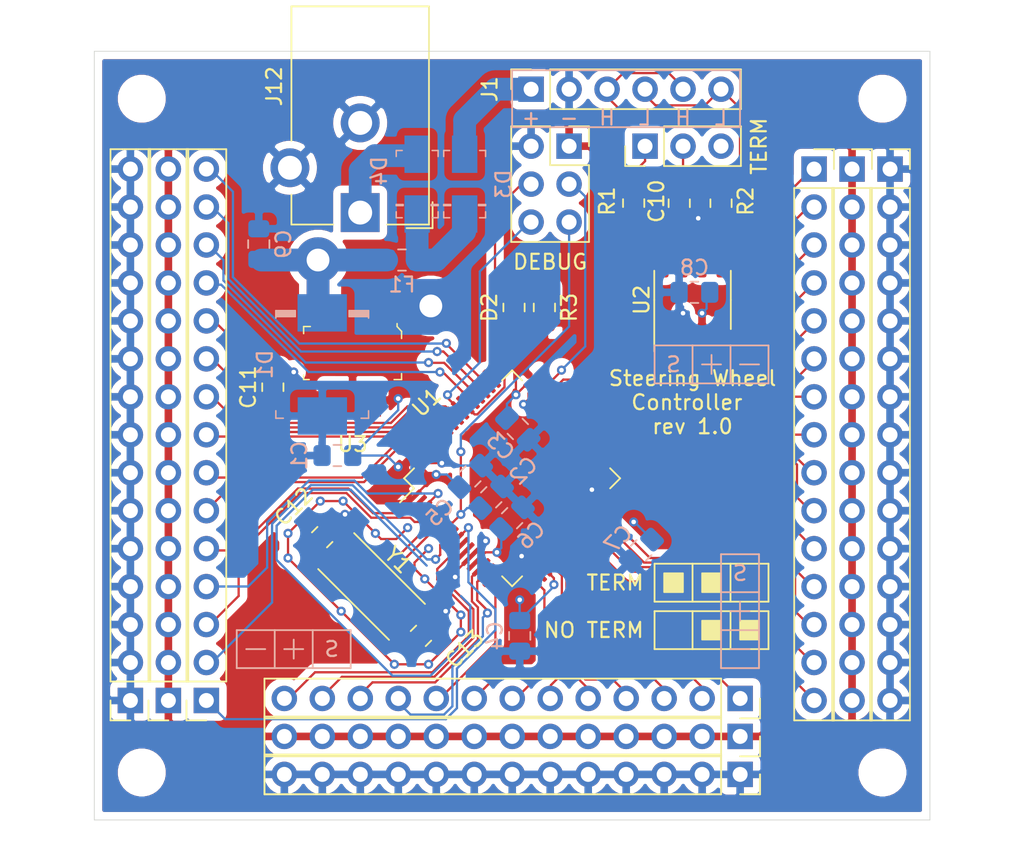
<source format=kicad_pcb>
(kicad_pcb (version 20171130) (host pcbnew 5.1.4)
  (layers (0 F.Cu signal) (31 B.Cu signal) (34 B.Paste user) (35 F.Paste user) (36 B.SilkS user) (37 F.SilkS user) (38 B.Mask user) (39 F.Mask user) (44 Edge.Cuts user))
  (net 0 "")
  (net 1 GND)
  (net 2 3V3)
  (net 3 NRST)
  (net 4 "Net-(C9-Pad1)")
  (net 5 "Net-(C10-Pad1)")
  (net 6 "Net-(C12-Pad1)")
  (net 7 "Net-(C13-Pad1)")
  (net 8 "Net-(D2-Pad2)")
  (net 9 "Net-(D2-Pad1)")
  (net 10 VIN)
  (net 11 12V)
  (net 12 5V)
  (net 13 CANL)
  (net 14 CANH)
  (net 15 SWO)
  (net 16 SWCLK)
  (net 17 SWDIO)
  (net 18 PC14)
  (net 19 PC13)
  (net 20 PC12)
  (net 21 PC11)
  (net 22 PC10)
  (net 23 PC9)
  (net 24 PC8)
  (net 25 PC7)
  (net 26 PC6)
  (net 27 PC5)
  (net 28 PC4)
  (net 29 PC3)
  (net 30 PC2)
  (net 31 PC1)
  (net 32 PC0)
  (net 33 PC15)
  (net 34 PA15)
  (net 35 PA10)
  (net 36 PA9)
  (net 37 PA8)
  (net 38 PA7)
  (net 39 PA6)
  (net 40 PA5)
  (net 41 PA4)
  (net 42 PA3)
  (net 43 PA2)
  (net 44 PA1)
  (net 45 PA0)
  (net 46 PB15)
  (net 47 PB14)
  (net 48 PB13)
  (net 49 PB12)
  (net 50 PB11)
  (net 51 PB10)
  (net 52 PB9)
  (net 53 PB8)
  (net 54 PB7)
  (net 55 PB6)
  (net 56 PB5)
  (net 57 PB4)
  (net 58 PB2)
  (net 59 PB1)
  (net 60 PB0)
  (net 61 "Net-(JP1-Pad3)")
  (net 62 "Net-(JP1-Pad1)")
  (net 63 CAN_TX)
  (net 64 CAN_RX)
  (net 65 "Net-(U2-Pad8)")
  (net 66 "Net-(U2-Pad5)")
  (module Connector_PinSocket_2.54mm:PinSocket_1x13_P2.54mm_Vertical (layer F.Cu) (at 179.078 79.502 270)
    (fp_text reference J4)
    (fp_text value Conn_01x13)
    (pad 13 thru_hole oval (at 0 30.48 270) (size 1.7 1.7) (drill 1) (layers *.Cu *.Mask) (net 30 PC2))
    (pad 12 thru_hole oval (at 0 27.94 270) (size 1.7 1.7) (drill 1) (layers *.Cu *.Mask) (net 29 PC3))
    (pad 11 thru_hole oval (at 0 25.4 270) (size 1.7 1.7) (drill 1) (layers *.Cu *.Mask) (net 45 PA0))
    (pad 10 thru_hole oval (at 0 22.86 270) (size 1.7 1.7) (drill 1) (layers *.Cu *.Mask) (net 44 PA1))
    (pad 9 thru_hole oval (at 0 20.32 270) (size 1.7 1.7) (drill 1) (layers *.Cu *.Mask) (net 43 PA2))
    (pad 8 thru_hole oval (at 0 17.78 270) (size 1.7 1.7) (drill 1) (layers *.Cu *.Mask) (net 42 PA3))
    (pad 7 thru_hole oval (at 0 15.24 270) (size 1.7 1.7) (drill 1) (layers *.Cu *.Mask) (net 41 PA4))
    (pad 6 thru_hole oval (at 0 12.7 270) (size 1.7 1.7) (drill 1) (layers *.Cu *.Mask) (net 40 PA5))
    (pad 5 thru_hole oval (at 0 10.16 270) (size 1.7 1.7) (drill 1) (layers *.Cu *.Mask) (net 39 PA6))
    (pad 4 thru_hole oval (at 0 7.62 270) (size 1.7 1.7) (drill 1) (layers *.Cu *.Mask) (net 38 PA7))
    (pad 3 thru_hole oval (at 0 5.08 270) (size 1.7 1.7) (drill 1) (layers *.Cu *.Mask) (net 28 PC4))
    (pad 2 thru_hole oval (at 0 2.54 270) (size 1.7 1.7) (drill 1) (layers *.Cu *.Mask) (net 27 PC5))
    (pad 1 thru_hole rect (at 0 0 270) (size 1.7 1.7) (drill 1) (layers *.Cu *.Mask) (net 60 PB0))
  )
  (module Connector_PinSocket_2.54mm:PinSocket_1x15_P2.54mm_Vertical (layer F.Cu) (at 184.023 44.077)
    (fp_text reference J9)
    (fp_text value Conn_01x15)
    (pad 15 thru_hole oval (at 0 35.56) (size 1.7 1.7) (drill 1) (layers *.Cu *.Mask) (net 59 PB1))
    (pad 14 thru_hole oval (at 0 33.02) (size 1.7 1.7) (drill 1) (layers *.Cu *.Mask) (net 58 PB2))
    (pad 13 thru_hole oval (at 0 30.48) (size 1.7 1.7) (drill 1) (layers *.Cu *.Mask) (net 51 PB10))
    (pad 12 thru_hole oval (at 0 27.94) (size 1.7 1.7) (drill 1) (layers *.Cu *.Mask) (net 50 PB11))
    (pad 11 thru_hole oval (at 0 25.4) (size 1.7 1.7) (drill 1) (layers *.Cu *.Mask) (net 49 PB12))
    (pad 10 thru_hole oval (at 0 22.86) (size 1.7 1.7) (drill 1) (layers *.Cu *.Mask) (net 48 PB13))
    (pad 9 thru_hole oval (at 0 20.32) (size 1.7 1.7) (drill 1) (layers *.Cu *.Mask) (net 47 PB14))
    (pad 8 thru_hole oval (at 0 17.78) (size 1.7 1.7) (drill 1) (layers *.Cu *.Mask) (net 46 PB15))
    (pad 7 thru_hole oval (at 0 15.24) (size 1.7 1.7) (drill 1) (layers *.Cu *.Mask) (net 26 PC6))
    (pad 6 thru_hole oval (at 0 12.7) (size 1.7 1.7) (drill 1) (layers *.Cu *.Mask) (net 25 PC7))
    (pad 5 thru_hole oval (at 0 10.16) (size 1.7 1.7) (drill 1) (layers *.Cu *.Mask) (net 24 PC8))
    (pad 4 thru_hole oval (at 0 7.62) (size 1.7 1.7) (drill 1) (layers *.Cu *.Mask) (net 23 PC9))
    (pad 3 thru_hole oval (at 0 5.08) (size 1.7 1.7) (drill 1) (layers *.Cu *.Mask) (net 37 PA8))
    (pad 2 thru_hole oval (at 0 2.54) (size 1.7 1.7) (drill 1) (layers *.Cu *.Mask) (net 36 PA9))
    (pad 1 thru_hole rect (at 0 0) (size 1.7 1.7) (drill 1) (layers *.Cu *.Mask) (net 35 PA10))
  )
  (module rahulsalvi:Crystal_SMD_TXC_7A-2Pin_5x3.2mm_HandSolder (layer F.Cu) (at 154.432 72.009 315)
    (fp_text reference Y1 (at 0 -2.5 135) (layer F.SilkS))
    (fp_text value 8MHz)
    (pad 2 smd rect (at 2.05 0 315) (size 2.1 2.4) (layers F.Cu F.Paste F.Mask) (net 7 "Net-(C13-Pad1)"))
    (pad 1 smd rect (at -2.05 0 315) (size 2.1 2.4) (layers F.Cu F.Paste F.Mask) (net 6 "Net-(C12-Pad1)"))
  )
  (module rahulsalvi:DO-214AB_no_polarity (layer B.Cu) (at 151.13 57.15 270)
    (fp_text reference D1 (at 0 3.83 90) (layer B.SilkS) (effects (justify mirror)))
    (fp_text value D_TVS)
    (pad 1 smd rect (at -3.45 0 270) (size 2.5 3.300001) (layers B.Cu B.Paste B.Mask) (net 4 "Net-(C9-Pad1)"))
    (pad 2 smd rect (at 3.45 -0.01 270) (size 2.5 3.300001) (layers B.Cu B.Paste B.Mask) (net 1 GND))
  )
  (module Connector_BarrelJack:BarrelJack_CUI_PJ-102AH_Horizontal (layer F.Cu) (at 153.67 46.99 180)
    (fp_text reference J12 (at 5.75 8.45 270) (layer F.SilkS))
    (fp_text value ALT_PWR)
    (pad 3 thru_hole circle (at 4.7 3 180) (size 2.6 2.6) (drill 1.6) (layers *.Cu *.Mask) (net 1 GND))
    (pad 2 thru_hole circle (at 0 6 180) (size 2.6 2.6) (drill 1.6) (layers *.Cu *.Mask) (net 1 GND))
    (pad 1 thru_hole rect (at 0 0 180) (size 2.6 2.6) (drill 1.6) (layers *.Cu *.Mask) (net 12 5V))
  )
  (module digikey-footprints:DO-214AC (layer B.Cu) (at 160.655 45.085 90)
    (fp_text reference D3 (at 0 2.6 90) (layer B.SilkS) (effects (justify mirror)))
    (fp_text value B340A-13-F)
    (pad K smd rect (at -2 0 90) (size 2.5 1.7) (layers B.Cu B.Paste B.Mask) (net 10 VIN))
    (pad A smd rect (at 2 0 90) (size 2.5 1.7) (layers B.Cu B.Paste B.Mask) (net 11 12V))
  )
  (module MountingHole:MountingHole_2.2mm_M2 (layer F.Cu) (at 139.065 39.37)
    (fp_text reference REF**)
    (fp_text value MountingHole_2.2mm_M2)
    (pad 1 np_thru_hole circle (at 0 0) (size 2.2 2.2) (drill 2.2) (layers *.Cu *.Mask))
  )
  (module MountingHole:MountingHole_2.2mm_M2 (layer F.Cu) (at 188.595 39.37)
    (fp_text reference REF**)
    (fp_text value MountingHole_2.2mm_M2)
    (pad 1 np_thru_hole circle (at 0 0) (size 2.2 2.2) (drill 2.2) (layers *.Cu *.Mask))
  )
  (module MountingHole:MountingHole_2.2mm_M2 (layer F.Cu) (at 188.595 84.455)
    (fp_text reference REF**)
    (fp_text value MountingHole_2.2mm_M2)
    (pad 1 np_thru_hole circle (at 0 0) (size 2.2 2.2) (drill 2.2) (layers *.Cu *.Mask))
  )
  (module MountingHole:MountingHole_2.2mm_M2 (layer F.Cu) (at 139.065 84.455)
    (fp_text reference REF**)
    (fp_text value MountingHole_2.2mm_M2)
    (pad 1 np_thru_hole circle (at 0 0) (size 2.2 2.2) (drill 2.2) (layers *.Cu *.Mask))
  )
  (module digikey-footprints:SOT-223 (layer F.Cu) (at 153.162 56.388 180)
    (fp_text reference U3 (at 0 -6.1) (layer F.SilkS))
    (fp_text value LD1117S33CTR)
    (pad 4 smd rect (at 0 -3.15 180) (size 3.8 2.2) (layers F.Cu F.Paste F.Mask) (net 2 3V3))
    (pad 1 smd rect (at -2.3 3.15 180) (size 1.5 2.2) (layers F.Cu F.Paste F.Mask) (net 1 GND))
    (pad 2 smd rect (at 0 3.15 180) (size 1.5 2.2) (layers F.Cu F.Paste F.Mask) (net 2 3V3))
    (pad 3 smd rect (at 2.3 3.15 180) (size 1.5 2.2) (layers F.Cu F.Paste F.Mask) (net 4 "Net-(C9-Pad1)"))
  )
  (module digikey-footprints:DO-214AC (layer B.Cu) (at 157.48 45.085 90)
    (fp_text reference D4 (at 0.889 -2.54 90) (layer B.SilkS) (effects (justify mirror)))
    (fp_text value B340A-13-F)
    (pad K smd rect (at -2 0 90) (size 2.5 1.7) (layers B.Cu B.Paste B.Mask) (net 10 VIN))
    (pad A smd rect (at 2 0 90) (size 2.5 1.7) (layers B.Cu B.Paste B.Mask) (net 12 5V))
  )
  (module Connector_PinSocket_2.54mm:PinSocket_2x03_P2.54mm_Vertical (layer F.Cu) (at 167.64 42.545)
    (fp_text reference DEBUG (at -1.27 7.747) (layer F.SilkS))
    (fp_text value DEBUG)
    (pad 6 thru_hole oval (at -2.54 5.08) (size 1.7 1.7) (drill 1) (layers *.Cu *.Mask) (net 15 SWO))
    (pad 5 thru_hole oval (at 0 5.08) (size 1.7 1.7) (drill 1) (layers *.Cu *.Mask) (net 3 NRST))
    (pad 4 thru_hole oval (at -2.54 2.54) (size 1.7 1.7) (drill 1) (layers *.Cu *.Mask) (net 16 SWCLK))
    (pad 3 thru_hole oval (at 0 2.54) (size 1.7 1.7) (drill 1) (layers *.Cu *.Mask) (net 17 SWDIO))
    (pad 2 thru_hole oval (at -2.54 0) (size 1.7 1.7) (drill 1) (layers *.Cu *.Mask) (net 1 GND))
    (pad 1 thru_hole rect (at 0 0) (size 1.7 1.7) (drill 1) (layers *.Cu *.Mask) (net 2 3V3))
  )
  (module Package_SO:SOIC-8_3.9x4.9mm_P1.27mm (layer F.Cu) (at 175.895 52.832 90)
    (fp_text reference U2 (at 0 -3.4 90) (layer F.SilkS))
    (fp_text value SN65HVD232)
    (pad 8 smd roundrect (at 2.475 -1.905 90) (size 1.95 0.6) (layers F.Cu F.Paste F.Mask) (net 65 "Net-(U2-Pad8)"))
    (pad 7 smd roundrect (at 2.475 -0.635 90) (size 1.95 0.6) (layers F.Cu F.Paste F.Mask) (net 14 CANH))
    (pad 6 smd roundrect (at 2.475 0.635 90) (size 1.95 0.6) (layers F.Cu F.Paste F.Mask) (net 13 CANL))
    (pad 5 smd roundrect (at 2.475 1.905 90) (size 1.95 0.6) (layers F.Cu F.Paste F.Mask) (net 66 "Net-(U2-Pad5)"))
    (pad 4 smd roundrect (at -2.475 1.905 90) (size 1.95 0.6) (layers F.Cu F.Paste F.Mask) (net 64 CAN_RX))
    (pad 3 smd roundrect (at -2.475 0.635 90) (size 1.95 0.6) (layers F.Cu F.Paste F.Mask) (net 2 3V3))
    (pad 2 smd roundrect (at -2.475 -0.635 90) (size 1.95 0.6) (layers F.Cu F.Paste F.Mask) (net 1 GND))
    (pad 1 smd roundrect (at -2.475 -1.905 90) (size 1.95 0.6) (layers F.Cu F.Paste F.Mask) (net 63 CAN_TX))
  )
  (module Package_QFP:LQFP-64_10x10mm_P0.5mm (layer F.Cu) (at 163.83 64.77 45)
    (fp_text reference U1 (at -0.449013 -7.633218 45) (layer F.SilkS))
    (fp_text value STM32F103R8Tx)
    (pad 64 smd roundrect (at -3.75 -5.675 45) (size 0.3 1.55) (layers F.Cu F.Paste F.Mask) (net 2 3V3))
    (pad 63 smd roundrect (at -3.25 -5.675 45) (size 0.3 1.55) (layers F.Cu F.Paste F.Mask) (net 1 GND))
    (pad 62 smd roundrect (at -2.75 -5.675 45) (size 0.3 1.55) (layers F.Cu F.Paste F.Mask) (net 52 PB9))
    (pad 61 smd roundrect (at -2.25 -5.675 45) (size 0.3 1.55) (layers F.Cu F.Paste F.Mask) (net 53 PB8))
    (pad 60 smd roundrect (at -1.75 -5.675 45) (size 0.3 1.55) (layers F.Cu F.Paste F.Mask) (net 1 GND))
    (pad 59 smd roundrect (at -1.25 -5.675 45) (size 0.3 1.55) (layers F.Cu F.Paste F.Mask) (net 54 PB7))
    (pad 58 smd roundrect (at -0.75 -5.675 45) (size 0.3 1.55) (layers F.Cu F.Paste F.Mask) (net 55 PB6))
    (pad 57 smd roundrect (at -0.25 -5.675 45) (size 0.3 1.55) (layers F.Cu F.Paste F.Mask) (net 56 PB5))
    (pad 56 smd roundrect (at 0.25 -5.675 45) (size 0.3 1.55) (layers F.Cu F.Paste F.Mask) (net 57 PB4))
    (pad 55 smd roundrect (at 0.75 -5.675 45) (size 0.3 1.55) (layers F.Cu F.Paste F.Mask) (net 15 SWO))
    (pad 54 smd roundrect (at 1.25 -5.675 45) (size 0.3 1.55) (layers F.Cu F.Paste F.Mask) (net 9 "Net-(D2-Pad1)"))
    (pad 53 smd roundrect (at 1.75 -5.675 45) (size 0.3 1.55) (layers F.Cu F.Paste F.Mask) (net 20 PC12))
    (pad 52 smd roundrect (at 2.25 -5.675 45) (size 0.3 1.55) (layers F.Cu F.Paste F.Mask) (net 21 PC11))
    (pad 51 smd roundrect (at 2.75 -5.675 45) (size 0.3 1.55) (layers F.Cu F.Paste F.Mask) (net 22 PC10))
    (pad 50 smd roundrect (at 3.25 -5.675 45) (size 0.3 1.55) (layers F.Cu F.Paste F.Mask) (net 34 PA15))
    (pad 49 smd roundrect (at 3.75 -5.675 45) (size 0.3 1.55) (layers F.Cu F.Paste F.Mask) (net 16 SWCLK))
    (pad 48 smd roundrect (at 5.675 -3.75 45) (size 1.55 0.3) (layers F.Cu F.Paste F.Mask) (net 2 3V3))
    (pad 47 smd roundrect (at 5.675 -3.25 45) (size 1.55 0.3) (layers F.Cu F.Paste F.Mask) (net 1 GND))
    (pad 46 smd roundrect (at 5.675 -2.75 45) (size 1.55 0.3) (layers F.Cu F.Paste F.Mask) (net 17 SWDIO))
    (pad 45 smd roundrect (at 5.675 -2.25 45) (size 1.55 0.3) (layers F.Cu F.Paste F.Mask) (net 63 CAN_TX))
    (pad 44 smd roundrect (at 5.675 -1.75 45) (size 1.55 0.3) (layers F.Cu F.Paste F.Mask) (net 64 CAN_RX))
    (pad 43 smd roundrect (at 5.675 -1.25 45) (size 1.55 0.3) (layers F.Cu F.Paste F.Mask) (net 35 PA10))
    (pad 42 smd roundrect (at 5.675 -0.75 45) (size 1.55 0.3) (layers F.Cu F.Paste F.Mask) (net 36 PA9))
    (pad 41 smd roundrect (at 5.675 -0.25 45) (size 1.55 0.3) (layers F.Cu F.Paste F.Mask) (net 37 PA8))
    (pad 40 smd roundrect (at 5.675 0.25 45) (size 1.55 0.3) (layers F.Cu F.Paste F.Mask) (net 23 PC9))
    (pad 39 smd roundrect (at 5.675 0.75 45) (size 1.55 0.3) (layers F.Cu F.Paste F.Mask) (net 24 PC8))
    (pad 38 smd roundrect (at 5.675 1.25 45) (size 1.55 0.3) (layers F.Cu F.Paste F.Mask) (net 25 PC7))
    (pad 37 smd roundrect (at 5.675 1.75 45) (size 1.55 0.3) (layers F.Cu F.Paste F.Mask) (net 26 PC6))
    (pad 36 smd roundrect (at 5.675 2.25 45) (size 1.55 0.3) (layers F.Cu F.Paste F.Mask) (net 46 PB15))
    (pad 35 smd roundrect (at 5.675 2.75 45) (size 1.55 0.3) (layers F.Cu F.Paste F.Mask) (net 47 PB14))
    (pad 34 smd roundrect (at 5.675 3.25 45) (size 1.55 0.3) (layers F.Cu F.Paste F.Mask) (net 48 PB13))
    (pad 33 smd roundrect (at 5.675 3.75 45) (size 1.55 0.3) (layers F.Cu F.Paste F.Mask) (net 49 PB12))
    (pad 32 smd roundrect (at 3.75 5.675 45) (size 0.3 1.55) (layers F.Cu F.Paste F.Mask) (net 2 3V3))
    (pad 31 smd roundrect (at 3.25 5.675 45) (size 0.3 1.55) (layers F.Cu F.Paste F.Mask) (net 1 GND))
    (pad 30 smd roundrect (at 2.75 5.675 45) (size 0.3 1.55) (layers F.Cu F.Paste F.Mask) (net 50 PB11))
    (pad 29 smd roundrect (at 2.25 5.675 45) (size 0.3 1.55) (layers F.Cu F.Paste F.Mask) (net 51 PB10))
    (pad 28 smd roundrect (at 1.75 5.675 45) (size 0.3 1.55) (layers F.Cu F.Paste F.Mask) (net 58 PB2))
    (pad 27 smd roundrect (at 1.25 5.675 45) (size 0.3 1.55) (layers F.Cu F.Paste F.Mask) (net 59 PB1))
    (pad 26 smd roundrect (at 0.75 5.675 45) (size 0.3 1.55) (layers F.Cu F.Paste F.Mask) (net 60 PB0))
    (pad 25 smd roundrect (at 0.25 5.675 45) (size 0.3 1.55) (layers F.Cu F.Paste F.Mask) (net 27 PC5))
    (pad 24 smd roundrect (at -0.25 5.675 45) (size 0.3 1.55) (layers F.Cu F.Paste F.Mask) (net 28 PC4))
    (pad 23 smd roundrect (at -0.75 5.675 45) (size 0.3 1.55) (layers F.Cu F.Paste F.Mask) (net 38 PA7))
    (pad 22 smd roundrect (at -1.25 5.675 45) (size 0.3 1.55) (layers F.Cu F.Paste F.Mask) (net 39 PA6))
    (pad 21 smd roundrect (at -1.75 5.675 45) (size 0.3 1.55) (layers F.Cu F.Paste F.Mask) (net 40 PA5))
    (pad 20 smd roundrect (at -2.25 5.675 45) (size 0.3 1.55) (layers F.Cu F.Paste F.Mask) (net 41 PA4))
    (pad 19 smd roundrect (at -2.75 5.675 45) (size 0.3 1.55) (layers F.Cu F.Paste F.Mask) (net 2 3V3))
    (pad 18 smd roundrect (at -3.25 5.675 45) (size 0.3 1.55) (layers F.Cu F.Paste F.Mask) (net 1 GND))
    (pad 17 smd roundrect (at -3.75 5.675 45) (size 0.3 1.55) (layers F.Cu F.Paste F.Mask) (net 42 PA3))
    (pad 16 smd roundrect (at -5.675 3.75 45) (size 1.55 0.3) (layers F.Cu F.Paste F.Mask) (net 43 PA2))
    (pad 15 smd roundrect (at -5.675 3.25 45) (size 1.55 0.3) (layers F.Cu F.Paste F.Mask) (net 44 PA1))
    (pad 14 smd roundrect (at -5.675 2.75 45) (size 1.55 0.3) (layers F.Cu F.Paste F.Mask) (net 45 PA0))
    (pad 13 smd roundrect (at -5.675 2.25 45) (size 1.55 0.3) (layers F.Cu F.Paste F.Mask) (net 2 3V3))
    (pad 12 smd roundrect (at -5.675 1.75 45) (size 1.55 0.3) (layers F.Cu F.Paste F.Mask) (net 1 GND))
    (pad 11 smd roundrect (at -5.675 1.25 45) (size 1.55 0.3) (layers F.Cu F.Paste F.Mask) (net 29 PC3))
    (pad 10 smd roundrect (at -5.675 0.75 45) (size 1.55 0.3) (layers F.Cu F.Paste F.Mask) (net 30 PC2))
    (pad 9 smd roundrect (at -5.675 0.25 45) (size 1.55 0.3) (layers F.Cu F.Paste F.Mask) (net 31 PC1))
    (pad 8 smd roundrect (at -5.675 -0.25 45) (size 1.55 0.3) (layers F.Cu F.Paste F.Mask) (net 32 PC0))
    (pad 7 smd roundrect (at -5.675 -0.75 45) (size 1.55 0.3) (layers F.Cu F.Paste F.Mask) (net 3 NRST))
    (pad 6 smd roundrect (at -5.675 -1.25 45) (size 1.55 0.3) (layers F.Cu F.Paste F.Mask) (net 7 "Net-(C13-Pad1)"))
    (pad 5 smd roundrect (at -5.675 -1.75 45) (size 1.55 0.3) (layers F.Cu F.Paste F.Mask) (net 6 "Net-(C12-Pad1)"))
    (pad 4 smd roundrect (at -5.675 -2.25 45) (size 1.55 0.3) (layers F.Cu F.Paste F.Mask) (net 33 PC15))
    (pad 3 smd roundrect (at -5.675 -2.75 45) (size 1.55 0.3) (layers F.Cu F.Paste F.Mask) (net 18 PC14))
    (pad 2 smd roundrect (at -5.675 -3.25 45) (size 1.55 0.3) (layers F.Cu F.Paste F.Mask) (net 19 PC13))
    (pad 1 smd roundrect (at -5.675 -3.75 45) (size 1.55 0.3) (layers F.Cu F.Paste F.Mask) (net 2 3V3))
  )
  (module Resistor_SMD:R_0805_2012Metric_Pad1.15x1.40mm_HandSolder (layer F.Cu) (at 165.989 53.34 90)
    (fp_text reference R3 (at 0 1.651 90) (layer F.SilkS))
    (fp_text value 68)
    (pad 2 smd roundrect (at 1.025 0 90) (size 1.15 1.4) (layers F.Cu F.Paste F.Mask) (roundrect_rratio 0.217391) (net 8 "Net-(D2-Pad2)"))
    (pad 1 smd roundrect (at -1.025 0 90) (size 1.15 1.4) (layers F.Cu F.Paste F.Mask) (roundrect_rratio 0.217391) (net 2 3V3))
  )
  (module Resistor_SMD:R_0805_2012Metric_Pad1.15x1.40mm_HandSolder (layer F.Cu) (at 177.8 46.364 270)
    (fp_text reference R2 (at -0.136 -1.65 90) (layer F.SilkS))
    (fp_text value 60)
    (pad 2 smd roundrect (at 1.025 0 270) (size 1.15 1.4) (layers F.Cu F.Paste F.Mask) (roundrect_rratio 0.217391) (net 13 CANL))
    (pad 1 smd roundrect (at -1.025 0 270) (size 1.15 1.4) (layers F.Cu F.Paste F.Mask) (roundrect_rratio 0.217391) (net 5 "Net-(C10-Pad1)"))
  )
  (module Resistor_SMD:R_0805_2012Metric_Pad1.15x1.40mm_HandSolder (layer F.Cu) (at 171.958 46.355 270)
    (fp_text reference R1 (at -0.127 1.778 90) (layer F.SilkS))
    (fp_text value 60)
    (pad 2 smd roundrect (at 1.025 0 270) (size 1.15 1.4) (layers F.Cu F.Paste F.Mask) (roundrect_rratio 0.217391) (net 14 CANH))
    (pad 1 smd roundrect (at -1.025 0 270) (size 1.15 1.4) (layers F.Cu F.Paste F.Mask) (roundrect_rratio 0.217391) (net 62 "Net-(JP1-Pad1)"))
  )
  (module Connector_PinHeader_2.54mm:PinHeader_1x03_P2.54mm_Vertical (layer F.Cu) (at 172.72 42.545 90)
    (fp_text reference TERM (at 0 7.62 90) (layer F.SilkS))
    (fp_text value CAN_TERM)
    (pad 3 thru_hole oval (at 0 5.08 90) (size 1.7 1.7) (drill 1) (layers *.Cu *.Mask) (net 61 "Net-(JP1-Pad3)"))
    (pad 2 thru_hole oval (at 0 2.54 90) (size 1.7 1.7) (drill 1) (layers *.Cu *.Mask) (net 5 "Net-(C10-Pad1)"))
    (pad 1 thru_hole rect (at 0 0 90) (size 1.7 1.7) (drill 1) (layers *.Cu *.Mask) (net 62 "Net-(JP1-Pad1)"))
  )
  (module Connector_PinSocket_2.54mm:PinSocket_1x15_P2.54mm_Vertical (layer F.Cu) (at 189.103 44.077)
    (fp_text reference J11)
    (fp_text value Conn_01x15)
    (pad 15 thru_hole oval (at 0 35.56) (size 1.7 1.7) (drill 1) (layers *.Cu *.Mask) (net 1 GND))
    (pad 14 thru_hole oval (at 0 33.02) (size 1.7 1.7) (drill 1) (layers *.Cu *.Mask) (net 1 GND))
    (pad 13 thru_hole oval (at 0 30.48) (size 1.7 1.7) (drill 1) (layers *.Cu *.Mask) (net 1 GND))
    (pad 12 thru_hole oval (at 0 27.94) (size 1.7 1.7) (drill 1) (layers *.Cu *.Mask) (net 1 GND))
    (pad 11 thru_hole oval (at 0 25.4) (size 1.7 1.7) (drill 1) (layers *.Cu *.Mask) (net 1 GND))
    (pad 10 thru_hole oval (at 0 22.86) (size 1.7 1.7) (drill 1) (layers *.Cu *.Mask) (net 1 GND))
    (pad 9 thru_hole oval (at 0 20.32) (size 1.7 1.7) (drill 1) (layers *.Cu *.Mask) (net 1 GND))
    (pad 8 thru_hole oval (at 0 17.78) (size 1.7 1.7) (drill 1) (layers *.Cu *.Mask) (net 1 GND))
    (pad 7 thru_hole oval (at 0 15.24) (size 1.7 1.7) (drill 1) (layers *.Cu *.Mask) (net 1 GND))
    (pad 6 thru_hole oval (at 0 12.7) (size 1.7 1.7) (drill 1) (layers *.Cu *.Mask) (net 1 GND))
    (pad 5 thru_hole oval (at 0 10.16) (size 1.7 1.7) (drill 1) (layers *.Cu *.Mask) (net 1 GND))
    (pad 4 thru_hole oval (at 0 7.62) (size 1.7 1.7) (drill 1) (layers *.Cu *.Mask) (net 1 GND))
    (pad 3 thru_hole oval (at 0 5.08) (size 1.7 1.7) (drill 1) (layers *.Cu *.Mask) (net 1 GND))
    (pad 2 thru_hole oval (at 0 2.54) (size 1.7 1.7) (drill 1) (layers *.Cu *.Mask) (net 1 GND))
    (pad 1 thru_hole rect (at 0 0) (size 1.7 1.7) (drill 1) (layers *.Cu *.Mask) (net 1 GND))
  )
  (module Connector_PinSocket_2.54mm:PinSocket_1x15_P2.54mm_Vertical (layer F.Cu) (at 186.563 44.077)
    (fp_text reference J10)
    (fp_text value Conn_01x15)
    (pad 15 thru_hole oval (at 0 35.56) (size 1.7 1.7) (drill 1) (layers *.Cu *.Mask) (net 2 3V3))
    (pad 14 thru_hole oval (at 0 33.02) (size 1.7 1.7) (drill 1) (layers *.Cu *.Mask) (net 2 3V3))
    (pad 13 thru_hole oval (at 0 30.48) (size 1.7 1.7) (drill 1) (layers *.Cu *.Mask) (net 2 3V3))
    (pad 12 thru_hole oval (at 0 27.94) (size 1.7 1.7) (drill 1) (layers *.Cu *.Mask) (net 2 3V3))
    (pad 11 thru_hole oval (at 0 25.4) (size 1.7 1.7) (drill 1) (layers *.Cu *.Mask) (net 2 3V3))
    (pad 10 thru_hole oval (at 0 22.86) (size 1.7 1.7) (drill 1) (layers *.Cu *.Mask) (net 2 3V3))
    (pad 9 thru_hole oval (at 0 20.32) (size 1.7 1.7) (drill 1) (layers *.Cu *.Mask) (net 2 3V3))
    (pad 8 thru_hole oval (at 0 17.78) (size 1.7 1.7) (drill 1) (layers *.Cu *.Mask) (net 2 3V3))
    (pad 7 thru_hole oval (at 0 15.24) (size 1.7 1.7) (drill 1) (layers *.Cu *.Mask) (net 2 3V3))
    (pad 6 thru_hole oval (at 0 12.7) (size 1.7 1.7) (drill 1) (layers *.Cu *.Mask) (net 2 3V3))
    (pad 5 thru_hole oval (at 0 10.16) (size 1.7 1.7) (drill 1) (layers *.Cu *.Mask) (net 2 3V3))
    (pad 4 thru_hole oval (at 0 7.62) (size 1.7 1.7) (drill 1) (layers *.Cu *.Mask) (net 2 3V3))
    (pad 3 thru_hole oval (at 0 5.08) (size 1.7 1.7) (drill 1) (layers *.Cu *.Mask) (net 2 3V3))
    (pad 2 thru_hole oval (at 0 2.54) (size 1.7 1.7) (drill 1) (layers *.Cu *.Mask) (net 2 3V3))
    (pad 1 thru_hole rect (at 0 0) (size 1.7 1.7) (drill 1) (layers *.Cu *.Mask) (net 2 3V3))
  )
  (module Connector_PinSocket_2.54mm:PinSocket_1x13_P2.54mm_Vertical (layer F.Cu) (at 179.078 84.582 270)
    (fp_text reference J8)
    (fp_text value Conn_01x13)
    (pad 13 thru_hole oval (at 0 30.48 270) (size 1.7 1.7) (drill 1) (layers *.Cu *.Mask) (net 1 GND))
    (pad 12 thru_hole oval (at 0 27.94 270) (size 1.7 1.7) (drill 1) (layers *.Cu *.Mask) (net 1 GND))
    (pad 11 thru_hole oval (at 0 25.4 270) (size 1.7 1.7) (drill 1) (layers *.Cu *.Mask) (net 1 GND))
    (pad 10 thru_hole oval (at 0 22.86 270) (size 1.7 1.7) (drill 1) (layers *.Cu *.Mask) (net 1 GND))
    (pad 9 thru_hole oval (at 0 20.32 270) (size 1.7 1.7) (drill 1) (layers *.Cu *.Mask) (net 1 GND))
    (pad 8 thru_hole oval (at 0 17.78 270) (size 1.7 1.7) (drill 1) (layers *.Cu *.Mask) (net 1 GND))
    (pad 7 thru_hole oval (at 0 15.24 270) (size 1.7 1.7) (drill 1) (layers *.Cu *.Mask) (net 1 GND))
    (pad 6 thru_hole oval (at 0 12.7 270) (size 1.7 1.7) (drill 1) (layers *.Cu *.Mask) (net 1 GND))
    (pad 5 thru_hole oval (at 0 10.16 270) (size 1.7 1.7) (drill 1) (layers *.Cu *.Mask) (net 1 GND))
    (pad 4 thru_hole oval (at 0 7.62 270) (size 1.7 1.7) (drill 1) (layers *.Cu *.Mask) (net 1 GND))
    (pad 3 thru_hole oval (at 0 5.08 270) (size 1.7 1.7) (drill 1) (layers *.Cu *.Mask) (net 1 GND))
    (pad 2 thru_hole oval (at 0 2.54 270) (size 1.7 1.7) (drill 1) (layers *.Cu *.Mask) (net 1 GND))
    (pad 1 thru_hole rect (at 0 0 270) (size 1.7 1.7) (drill 1) (layers *.Cu *.Mask) (net 1 GND))
  )
  (module Connector_PinSocket_2.54mm:PinSocket_1x15_P2.54mm_Vertical (layer F.Cu) (at 138.303 79.637 180)
    (fp_text reference J7)
    (fp_text value Conn_01x15)
    (pad 15 thru_hole oval (at 0 35.56 180) (size 1.7 1.7) (drill 1) (layers *.Cu *.Mask) (net 1 GND))
    (pad 14 thru_hole oval (at 0 33.02 180) (size 1.7 1.7) (drill 1) (layers *.Cu *.Mask) (net 1 GND))
    (pad 13 thru_hole oval (at 0 30.48 180) (size 1.7 1.7) (drill 1) (layers *.Cu *.Mask) (net 1 GND))
    (pad 12 thru_hole oval (at 0 27.94 180) (size 1.7 1.7) (drill 1) (layers *.Cu *.Mask) (net 1 GND))
    (pad 11 thru_hole oval (at 0 25.4 180) (size 1.7 1.7) (drill 1) (layers *.Cu *.Mask) (net 1 GND))
    (pad 10 thru_hole oval (at 0 22.86 180) (size 1.7 1.7) (drill 1) (layers *.Cu *.Mask) (net 1 GND))
    (pad 9 thru_hole oval (at 0 20.32 180) (size 1.7 1.7) (drill 1) (layers *.Cu *.Mask) (net 1 GND))
    (pad 8 thru_hole oval (at 0 17.78 180) (size 1.7 1.7) (drill 1) (layers *.Cu *.Mask) (net 1 GND))
    (pad 7 thru_hole oval (at 0 15.24 180) (size 1.7 1.7) (drill 1) (layers *.Cu *.Mask) (net 1 GND))
    (pad 6 thru_hole oval (at 0 12.7 180) (size 1.7 1.7) (drill 1) (layers *.Cu *.Mask) (net 1 GND))
    (pad 5 thru_hole oval (at 0 10.16 180) (size 1.7 1.7) (drill 1) (layers *.Cu *.Mask) (net 1 GND))
    (pad 4 thru_hole oval (at 0 7.62 180) (size 1.7 1.7) (drill 1) (layers *.Cu *.Mask) (net 1 GND))
    (pad 3 thru_hole oval (at 0 5.08 180) (size 1.7 1.7) (drill 1) (layers *.Cu *.Mask) (net 1 GND))
    (pad 2 thru_hole oval (at 0 2.54 180) (size 1.7 1.7) (drill 1) (layers *.Cu *.Mask) (net 1 GND))
    (pad 1 thru_hole rect (at 0 0 180) (size 1.7 1.7) (drill 1) (layers *.Cu *.Mask) (net 1 GND))
  )
  (module Connector_PinSocket_2.54mm:PinSocket_1x13_P2.54mm_Vertical (layer F.Cu) (at 179.078 82.042 270)
    (fp_text reference J6)
    (fp_text value Conn_01x13)
    (pad 13 thru_hole oval (at 0 30.48 270) (size 1.7 1.7) (drill 1) (layers *.Cu *.Mask) (net 2 3V3))
    (pad 12 thru_hole oval (at 0 27.94 270) (size 1.7 1.7) (drill 1) (layers *.Cu *.Mask) (net 2 3V3))
    (pad 11 thru_hole oval (at 0 25.4 270) (size 1.7 1.7) (drill 1) (layers *.Cu *.Mask) (net 2 3V3))
    (pad 10 thru_hole oval (at 0 22.86 270) (size 1.7 1.7) (drill 1) (layers *.Cu *.Mask) (net 2 3V3))
    (pad 9 thru_hole oval (at 0 20.32 270) (size 1.7 1.7) (drill 1) (layers *.Cu *.Mask) (net 2 3V3))
    (pad 8 thru_hole oval (at 0 17.78 270) (size 1.7 1.7) (drill 1) (layers *.Cu *.Mask) (net 2 3V3))
    (pad 7 thru_hole oval (at 0 15.24 270) (size 1.7 1.7) (drill 1) (layers *.Cu *.Mask) (net 2 3V3))
    (pad 6 thru_hole oval (at 0 12.7 270) (size 1.7 1.7) (drill 1) (layers *.Cu *.Mask) (net 2 3V3))
    (pad 5 thru_hole oval (at 0 10.16 270) (size 1.7 1.7) (drill 1) (layers *.Cu *.Mask) (net 2 3V3))
    (pad 4 thru_hole oval (at 0 7.62 270) (size 1.7 1.7) (drill 1) (layers *.Cu *.Mask) (net 2 3V3))
    (pad 3 thru_hole oval (at 0 5.08 270) (size 1.7 1.7) (drill 1) (layers *.Cu *.Mask) (net 2 3V3))
    (pad 2 thru_hole oval (at 0 2.54 270) (size 1.7 1.7) (drill 1) (layers *.Cu *.Mask) (net 2 3V3))
    (pad 1 thru_hole rect (at 0 0 270) (size 1.7 1.7) (drill 1) (layers *.Cu *.Mask) (net 2 3V3))
  )
  (module Connector_PinSocket_2.54mm:PinSocket_1x15_P2.54mm_Vertical (layer F.Cu) (at 140.843 79.637 180)
    (fp_text reference J5)
    (fp_text value Conn_01x15)
    (pad 15 thru_hole oval (at 0 35.56 180) (size 1.7 1.7) (drill 1) (layers *.Cu *.Mask) (net 2 3V3))
    (pad 14 thru_hole oval (at 0 33.02 180) (size 1.7 1.7) (drill 1) (layers *.Cu *.Mask) (net 2 3V3))
    (pad 13 thru_hole oval (at 0 30.48 180) (size 1.7 1.7) (drill 1) (layers *.Cu *.Mask) (net 2 3V3))
    (pad 12 thru_hole oval (at 0 27.94 180) (size 1.7 1.7) (drill 1) (layers *.Cu *.Mask) (net 2 3V3))
    (pad 11 thru_hole oval (at 0 25.4 180) (size 1.7 1.7) (drill 1) (layers *.Cu *.Mask) (net 2 3V3))
    (pad 10 thru_hole oval (at 0 22.86 180) (size 1.7 1.7) (drill 1) (layers *.Cu *.Mask) (net 2 3V3))
    (pad 9 thru_hole oval (at 0 20.32 180) (size 1.7 1.7) (drill 1) (layers *.Cu *.Mask) (net 2 3V3))
    (pad 8 thru_hole oval (at 0 17.78 180) (size 1.7 1.7) (drill 1) (layers *.Cu *.Mask) (net 2 3V3))
    (pad 7 thru_hole oval (at 0 15.24 180) (size 1.7 1.7) (drill 1) (layers *.Cu *.Mask) (net 2 3V3))
    (pad 6 thru_hole oval (at 0 12.7 180) (size 1.7 1.7) (drill 1) (layers *.Cu *.Mask) (net 2 3V3))
    (pad 5 thru_hole oval (at 0 10.16 180) (size 1.7 1.7) (drill 1) (layers *.Cu *.Mask) (net 2 3V3))
    (pad 4 thru_hole oval (at 0 7.62 180) (size 1.7 1.7) (drill 1) (layers *.Cu *.Mask) (net 2 3V3))
    (pad 3 thru_hole oval (at 0 5.08 180) (size 1.7 1.7) (drill 1) (layers *.Cu *.Mask) (net 2 3V3))
    (pad 2 thru_hole oval (at 0 2.54 180) (size 1.7 1.7) (drill 1) (layers *.Cu *.Mask) (net 2 3V3))
    (pad 1 thru_hole rect (at 0 0 180) (size 1.7 1.7) (drill 1) (layers *.Cu *.Mask) (net 2 3V3))
  )
  (module Connector_PinSocket_2.54mm:PinSocket_1x15_P2.54mm_Vertical (layer F.Cu) (at 143.383 79.637 180)
    (fp_text reference J3)
    (fp_text value Conn_01x15)
    (pad 15 thru_hole oval (at 0 35.56 180) (size 1.7 1.7) (drill 1) (layers *.Cu *.Mask) (net 34 PA15))
    (pad 14 thru_hole oval (at 0 33.02 180) (size 1.7 1.7) (drill 1) (layers *.Cu *.Mask) (net 22 PC10))
    (pad 13 thru_hole oval (at 0 30.48 180) (size 1.7 1.7) (drill 1) (layers *.Cu *.Mask) (net 21 PC11))
    (pad 12 thru_hole oval (at 0 27.94 180) (size 1.7 1.7) (drill 1) (layers *.Cu *.Mask) (net 20 PC12))
    (pad 11 thru_hole oval (at 0 25.4 180) (size 1.7 1.7) (drill 1) (layers *.Cu *.Mask) (net 57 PB4))
    (pad 10 thru_hole oval (at 0 22.86 180) (size 1.7 1.7) (drill 1) (layers *.Cu *.Mask) (net 56 PB5))
    (pad 9 thru_hole oval (at 0 20.32 180) (size 1.7 1.7) (drill 1) (layers *.Cu *.Mask) (net 55 PB6))
    (pad 8 thru_hole oval (at 0 17.78 180) (size 1.7 1.7) (drill 1) (layers *.Cu *.Mask) (net 54 PB7))
    (pad 7 thru_hole oval (at 0 15.24 180) (size 1.7 1.7) (drill 1) (layers *.Cu *.Mask) (net 53 PB8))
    (pad 6 thru_hole oval (at 0 12.7 180) (size 1.7 1.7) (drill 1) (layers *.Cu *.Mask) (net 52 PB9))
    (pad 5 thru_hole oval (at 0 10.16 180) (size 1.7 1.7) (drill 1) (layers *.Cu *.Mask) (net 19 PC13))
    (pad 4 thru_hole oval (at 0 7.62 180) (size 1.7 1.7) (drill 1) (layers *.Cu *.Mask) (net 18 PC14))
    (pad 3 thru_hole oval (at 0 5.08 180) (size 1.7 1.7) (drill 1) (layers *.Cu *.Mask) (net 33 PC15))
    (pad 2 thru_hole oval (at 0 2.54 180) (size 1.7 1.7) (drill 1) (layers *.Cu *.Mask) (net 32 PC0))
    (pad 1 thru_hole rect (at 0 0 180) (size 1.7 1.7) (drill 1) (layers *.Cu *.Mask) (net 31 PC1))
  )
  (module Connector_PinSocket_2.54mm:PinSocket_1x06_P2.54mm_Vertical (layer F.Cu) (at 165.1 38.735 90)
    (fp_text reference J1 (at 0 -2.77 90) (layer F.SilkS))
    (fp_text value VEHICLE)
    (pad 6 thru_hole oval (at 0 12.7 90) (size 1.7 1.7) (drill 1) (layers *.Cu *.Mask) (net 13 CANL))
    (pad 5 thru_hole oval (at 0 10.16 90) (size 1.7 1.7) (drill 1) (layers *.Cu *.Mask) (net 14 CANH))
    (pad 4 thru_hole oval (at 0 7.62 90) (size 1.7 1.7) (drill 1) (layers *.Cu *.Mask) (net 13 CANL))
    (pad 3 thru_hole oval (at 0 5.08 90) (size 1.7 1.7) (drill 1) (layers *.Cu *.Mask) (net 14 CANH))
    (pad 2 thru_hole oval (at 0 2.54 90) (size 1.7 1.7) (drill 1) (layers *.Cu *.Mask) (net 1 GND))
    (pad 1 thru_hole rect (at 0 0 90) (size 1.7 1.7) (drill 1) (layers *.Cu *.Mask) (net 11 12V))
  )
  (module Fuse:Fuse_0805_2012Metric_Pad1.15x1.40mm_HandSolder (layer B.Cu) (at 156.464 50.165)
    (fp_text reference F1 (at 0 1.65) (layer B.SilkS) (effects (justify mirror)))
    (fp_text value Fuse)
    (pad 2 smd roundrect (at 1.025 0) (size 1.15 1.4) (layers B.Cu B.Paste B.Mask) (roundrect_rratio 0.217391) (net 10 VIN))
    (pad 1 smd roundrect (at -1.025 0) (size 1.15 1.4) (layers B.Cu B.Paste B.Mask) (roundrect_rratio 0.217391) (net 4 "Net-(C9-Pad1)"))
  )
  (module Capacitor_SMD:C_0805_2012Metric_Pad1.15x1.40mm_HandSolder (layer F.Cu) (at 163.957 53.34 90)
    (fp_text reference D2 (at 0 -1.65 90) (layer F.SilkS))
    (fp_text value LED)
    (pad 2 smd roundrect (at 1.025 0 90) (size 1.15 1.4) (layers F.Cu F.Paste F.Mask) (roundrect_rratio 0.217391) (net 8 "Net-(D2-Pad2)"))
    (pad 1 smd roundrect (at -1.025 0 90) (size 1.15 1.4) (layers F.Cu F.Paste F.Mask) (roundrect_rratio 0.217391) (net 9 "Net-(D2-Pad1)"))
  )
  (module Capacitor_SMD:C_0805_2012Metric_Pad1.15x1.40mm_HandSolder (layer F.Cu) (at 157.734 75.311 45)
    (fp_text reference C13 (at 1.436841 2.694077 45) (layer F.SilkS))
    (fp_text value 26pF)
    (pad 2 smd roundrect (at 1.025 0 45) (size 1.15 1.4) (layers F.Cu F.Paste F.Mask) (roundrect_rratio 0.217391) (net 1 GND))
    (pad 1 smd roundrect (at -1.025 0 45) (size 1.15 1.4) (layers F.Cu F.Paste F.Mask) (roundrect_rratio 0.217391) (net 7 "Net-(C13-Pad1)"))
  )
  (module Capacitor_SMD:C_0805_2012Metric_Pad1.15x1.40mm_HandSolder (layer F.Cu) (at 151.13 68.707 45)
    (fp_text reference C12 (at 0.089803 -2.783879 45) (layer F.SilkS))
    (fp_text value 26pF)
    (pad 2 smd roundrect (at 1.025 0 45) (size 1.15 1.4) (layers F.Cu F.Paste F.Mask) (roundrect_rratio 0.217391) (net 1 GND))
    (pad 1 smd roundrect (at -1.025 0 45) (size 1.15 1.4) (layers F.Cu F.Paste F.Mask) (roundrect_rratio 0.217391) (net 6 "Net-(C12-Pad1)"))
  )
  (module Capacitor_SMD:C_0805_2012Metric_Pad1.15x1.40mm_HandSolder (layer F.Cu) (at 147.828 58.674 90)
    (fp_text reference C11 (at 0 -1.65 90) (layer F.SilkS))
    (fp_text value 10uF)
    (pad 2 smd roundrect (at 1.025 0 90) (size 1.15 1.4) (layers F.Cu F.Paste F.Mask) (roundrect_rratio 0.217391) (net 1 GND))
    (pad 1 smd roundrect (at -1.025 0 90) (size 1.15 1.4) (layers F.Cu F.Paste F.Mask) (roundrect_rratio 0.217391) (net 2 3V3))
  )
  (module Capacitor_SMD:C_0805_2012Metric_Pad1.15x1.40mm_HandSolder (layer F.Cu) (at 175.006 46.364 270)
    (fp_text reference C10 (at -0.136 1.524 90) (layer F.SilkS))
    (fp_text value 4.7nF)
    (pad 2 smd roundrect (at 1.025 0 270) (size 1.15 1.4) (layers F.Cu F.Paste F.Mask) (roundrect_rratio 0.217391) (net 1 GND))
    (pad 1 smd roundrect (at -1.025 0 270) (size 1.15 1.4) (layers F.Cu F.Paste F.Mask) (roundrect_rratio 0.217391) (net 5 "Net-(C10-Pad1)"))
  )
  (module Capacitor_SMD:C_0805_2012Metric_Pad1.15x1.40mm_HandSolder (layer B.Cu) (at 146.8882 49.0982 90)
    (fp_text reference C9 (at 0 1.65 270) (layer B.SilkS) (effects (justify mirror)))
    (fp_text value 22uF)
    (pad 2 smd roundrect (at 1.025 0 90) (size 1.15 1.4) (layers B.Cu B.Paste B.Mask) (roundrect_rratio 0.217391) (net 1 GND))
    (pad 1 smd roundrect (at -1.025 0 90) (size 1.15 1.4) (layers B.Cu B.Paste B.Mask) (roundrect_rratio 0.217391) (net 4 "Net-(C9-Pad1)"))
  )
  (module Capacitor_SMD:C_0805_2012Metric_Pad1.15x1.40mm_HandSolder (layer B.Cu) (at 176.022 52.324 180)
    (fp_text reference C8 (at 0 1.65 180) (layer B.SilkS) (effects (justify mirror)))
    (fp_text value 0.1uF)
    (pad 2 smd roundrect (at 1.025 0 180) (size 1.15 1.4) (layers B.Cu B.Paste B.Mask) (roundrect_rratio 0.217391) (net 1 GND))
    (pad 1 smd roundrect (at -1.025 0 180) (size 1.15 1.4) (layers B.Cu B.Paste B.Mask) (roundrect_rratio 0.217391) (net 2 3V3))
  )
  (module Capacitor_SMD:C_0805_2012Metric_Pad1.15x1.40mm_HandSolder (layer B.Cu) (at 172.466 69.596 225)
    (fp_text reference C7 (at 0.538815 1.616446 225) (layer B.SilkS) (effects (justify mirror)))
    (fp_text value 0.1uF)
    (pad 2 smd roundrect (at 1.025 0 225) (size 1.15 1.4) (layers B.Cu B.Paste B.Mask) (roundrect_rratio 0.217391) (net 1 GND))
    (pad 1 smd roundrect (at -1.025 0 225) (size 1.15 1.4) (layers B.Cu B.Paste B.Mask) (roundrect_rratio 0.217391) (net 2 3V3))
  )
  (module Capacitor_SMD:C_0805_2012Metric_Pad1.15x1.40mm_HandSolder (layer B.Cu) (at 163.83 67.437 45)
    (fp_text reference C6 (at 0.089803 1.706249 45) (layer B.SilkS) (effects (justify mirror)))
    (fp_text value 0.1uF)
    (pad 2 smd roundrect (at 1.025 0 45) (size 1.15 1.4) (layers B.Cu B.Paste B.Mask) (roundrect_rratio 0.217391) (net 1 GND))
    (pad 1 smd roundrect (at -1.025 0 45) (size 1.15 1.4) (layers B.Cu B.Paste B.Mask) (roundrect_rratio 0.217391) (net 2 3V3))
  )
  (module Capacitor_SMD:C_0805_2012Metric_Pad1.15x1.40mm_HandSolder (layer B.Cu) (at 161.036 64.643 45)
    (fp_text reference C5 (at -3.14309 0.269408 45) (layer B.SilkS) (effects (justify mirror)))
    (fp_text value 0.1uF)
    (pad 2 smd roundrect (at 1.025 0 45) (size 1.15 1.4) (layers B.Cu B.Paste B.Mask) (roundrect_rratio 0.217391) (net 1 GND))
    (pad 1 smd roundrect (at -1.025 0 45) (size 1.15 1.4) (layers B.Cu B.Paste B.Mask) (roundrect_rratio 0.217391) (net 2 3V3))
  )
  (module Capacitor_SMD:C_0805_2012Metric_Pad1.15x1.40mm_HandSolder (layer B.Cu) (at 164.338 75.311 270)
    (fp_text reference C4 (at 0 1.65 270) (layer B.SilkS) (effects (justify mirror)))
    (fp_text value 0.1uF)
    (pad 2 smd roundrect (at 1.025 0 270) (size 1.15 1.4) (layers B.Cu B.Paste B.Mask) (roundrect_rratio 0.217391) (net 1 GND))
    (pad 1 smd roundrect (at -1.025 0 270) (size 1.15 1.4) (layers B.Cu B.Paste B.Mask) (roundrect_rratio 0.217391) (net 2 3V3))
  )
  (module Capacitor_SMD:C_0805_2012Metric_Pad1.15x1.40mm_HandSolder (layer B.Cu) (at 164.211 61.468 315)
    (fp_text reference C3 (at 0 1.65 315) (layer B.SilkS) (effects (justify mirror)))
    (fp_text value 0.1uF)
    (pad 2 smd roundrect (at 1.025 0 315) (size 1.15 1.4) (layers B.Cu B.Paste B.Mask) (roundrect_rratio 0.217391) (net 1 GND))
    (pad 1 smd roundrect (at -1.025 0 315) (size 1.15 1.4) (layers B.Cu B.Paste B.Mask) (roundrect_rratio 0.217391) (net 2 3V3))
  )
  (module Capacitor_SMD:C_0805_2012Metric_Pad1.15x1.40mm_HandSolder (layer B.Cu) (at 162.433 66.04 45)
    (fp_text reference C2 (at 2.783879 0.269408 45) (layer B.SilkS) (effects (justify mirror)))
    (fp_text value 0.1uF)
    (pad 2 smd roundrect (at 1.025 0 45) (size 1.15 1.4) (layers B.Cu B.Paste B.Mask) (roundrect_rratio 0.217391) (net 1 GND))
    (pad 1 smd roundrect (at -1.025 0 45) (size 1.15 1.4) (layers B.Cu B.Paste B.Mask) (roundrect_rratio 0.217391) (net 3 NRST))
  )
  (module Capacitor_SMD:C_0805_2012Metric_Pad1.15x1.40mm_HandSolder (layer B.Cu) (at 152.146 63.246 180)
    (fp_text reference C1 (at 2.54 0 90) (layer B.SilkS) (effects (justify mirror)))
    (fp_text value 0.1uF)
    (pad 2 smd roundrect (at 1.025 0 180) (size 1.15 1.4) (layers B.Cu B.Paste B.Mask) (roundrect_rratio 0.217391) (net 1 GND))
    (pad 1 smd roundrect (at -1.025 0 180) (size 1.15 1.4) (layers B.Cu B.Paste B.Mask) (roundrect_rratio 0.217391) (net 2 3V3))
  )
  (gr_line (start 163.83 37.465) (end 179.07 37.465) (layer B.SilkS) (width 0.12))
  (gr_line (start 163.83 41.275) (end 163.83 37.465) (layer B.SilkS) (width 0.12))
  (gr_line (start 179.07 41.275) (end 163.83 41.275) (layer B.SilkS) (width 0.12))
  (gr_line (start 179.07 37.465) (end 179.07 41.275) (layer B.SilkS) (width 0.12))
  (gr_text L (at 177.8 40.64) (layer B.SilkS) (effects (font (size 1 1)) (justify mirror)))
  (gr_text H (at 175.26 40.64) (layer B.SilkS) (effects (font (size 1 1)) (justify mirror)))
  (gr_text L (at 172.72 40.64) (layer B.SilkS) (effects (font (size 1 1)) (justify mirror)))
  (gr_text H (at 170.18 40.64) (layer B.SilkS) (effects (font (size 1 1)) (justify mirror)))
  (gr_text - (at 167.64 40.64) (layer B.SilkS) (effects (font (size 1 1)) (justify mirror)))
  (gr_text + (at 165.1 40.64) (layer B.SilkS) (effects (font (size 1 1)) (justify mirror)))
  (gr_text S (at 151.765 76.2) (layer B.SilkS) (effects (font (size 1 1)) (justify mirror)))
  (gr_line (start 147.32 76.2) (end 146.05 76.2) (layer B.SilkS) (width 0.12))
  (gr_line (start 149.86 76.2) (end 148.59 76.2) (layer B.SilkS) (width 0.12))
  (gr_line (start 149.225 75.565) (end 149.225 76.835) (layer B.SilkS) (width 0.12))
  (gr_line (start 145.415 77.47) (end 147.955 77.47) (layer B.SilkS) (width 0.12))
  (gr_line (start 145.415 74.93) (end 145.415 77.47) (layer B.SilkS) (width 0.12))
  (gr_line (start 147.955 74.93) (end 145.415 74.93) (layer B.SilkS) (width 0.12))
  (gr_line (start 147.955 77.47) (end 150.495 77.47) (layer B.SilkS) (width 0.12))
  (gr_line (start 147.955 74.93) (end 147.955 77.47) (layer B.SilkS) (width 0.12))
  (gr_line (start 150.495 74.93) (end 147.955 74.93) (layer B.SilkS) (width 0.12))
  (gr_line (start 153.035 77.47) (end 153.035 74.93) (layer B.SilkS) (width 0.12))
  (gr_line (start 150.495 77.47) (end 153.035 77.47) (layer B.SilkS) (width 0.12))
  (gr_line (start 150.495 74.93) (end 150.495 77.47) (layer B.SilkS) (width 0.12))
  (gr_line (start 153.035 74.93) (end 150.495 74.93) (layer B.SilkS) (width 0.12))
  (gr_text S (at 179.07 71.12) (layer B.SilkS) (effects (font (size 1 1)) (justify mirror)))
  (gr_line (start 179.705 76.2) (end 178.435 76.2) (layer B.SilkS) (width 0.12))
  (gr_line (start 179.705 73.66) (end 178.435 73.66) (layer B.SilkS) (width 0.12))
  (gr_line (start 179.07 73.025) (end 179.07 74.295) (layer B.SilkS) (width 0.12))
  (gr_line (start 177.8 77.47) (end 177.8 74.93) (layer B.SilkS) (width 0.12))
  (gr_line (start 180.34 77.47) (end 177.8 77.47) (layer B.SilkS) (width 0.12))
  (gr_line (start 180.34 74.93) (end 180.34 77.47) (layer B.SilkS) (width 0.12))
  (gr_line (start 177.8 74.93) (end 177.8 72.39) (layer B.SilkS) (width 0.12))
  (gr_line (start 180.34 74.93) (end 177.8 74.93) (layer B.SilkS) (width 0.12))
  (gr_line (start 180.34 72.39) (end 180.34 74.93) (layer B.SilkS) (width 0.12))
  (gr_line (start 180.34 72.39) (end 180.34 69.85) (layer B.SilkS) (width 0.12))
  (gr_line (start 177.8 72.39) (end 180.34 72.39) (layer B.SilkS) (width 0.12))
  (gr_line (start 177.8 69.85) (end 177.8 72.39) (layer B.SilkS) (width 0.12))
  (gr_line (start 180.34 69.85) (end 177.8 69.85) (layer B.SilkS) (width 0.12))
  (gr_text S (at 174.625 57.15) (layer B.SilkS) (effects (font (size 1 1)) (justify mirror)))
  (gr_line (start 180.34 57.15) (end 179.07 57.15) (layer B.SilkS) (width 0.12))
  (gr_line (start 177.8 57.15) (end 176.53 57.15) (layer B.SilkS) (width 0.12))
  (gr_line (start 177.165 56.515) (end 177.165 57.785) (layer B.SilkS) (width 0.12))
  (gr_line (start 173.355 58.42) (end 175.895 58.42) (layer B.SilkS) (width 0.12))
  (gr_line (start 173.355 55.88) (end 173.355 58.42) (layer B.SilkS) (width 0.12))
  (gr_line (start 175.895 55.88) (end 173.355 55.88) (layer B.SilkS) (width 0.12))
  (gr_line (start 175.895 58.42) (end 178.435 58.42) (layer B.SilkS) (width 0.12))
  (gr_line (start 175.895 55.88) (end 175.895 58.42) (layer B.SilkS) (width 0.12))
  (gr_line (start 178.435 55.88) (end 175.895 55.88) (layer B.SilkS) (width 0.12))
  (gr_line (start 178.435 55.88) (end 180.975 55.88) (layer B.SilkS) (width 0.12))
  (gr_line (start 178.435 58.42) (end 178.435 55.88) (layer B.SilkS) (width 0.12))
  (gr_line (start 180.975 58.42) (end 178.435 58.42) (layer B.SilkS) (width 0.12))
  (gr_line (start 180.975 55.88) (end 180.975 58.42) (layer B.SilkS) (width 0.12))
  (gr_text "NO TERM" (at 172.72 74.93) (layer F.SilkS) (effects (font (size 1 1)) (justify right)))
  (gr_text TERM (at 172.72 71.755) (layer F.SilkS) (effects (font (size 1 1)) (justify right)))
  (gr_poly (pts (xy 176.53 74.295) (xy 177.8 74.295) (xy 177.8 75.565) (xy 176.53 75.565)) (layer F.SilkS) (width 0.1))
  (gr_poly (pts (xy 173.99 71.12) (xy 175.26 71.12) (xy 175.26 72.39) (xy 173.99 72.39)) (layer F.SilkS) (width 0.1))
  (gr_poly (pts (xy 179.07 74.295) (xy 180.34 74.295) (xy 180.34 75.565) (xy 179.07 75.565)) (layer F.SilkS) (width 0.1))
  (gr_poly (pts (xy 176.53 71.12) (xy 177.8 71.12) (xy 177.8 72.39) (xy 176.53 72.39)) (layer F.SilkS) (width 0.1))
  (gr_line (start 180.975 76.2) (end 178.435 76.2) (layer F.SilkS) (width 0.12))
  (gr_line (start 180.975 73.66) (end 180.975 76.2) (layer F.SilkS) (width 0.12))
  (gr_line (start 178.435 73.66) (end 180.975 73.66) (layer F.SilkS) (width 0.12))
  (gr_line (start 178.435 76.2) (end 175.895 76.2) (layer F.SilkS) (width 0.12))
  (gr_line (start 178.435 73.66) (end 178.435 76.2) (layer F.SilkS) (width 0.12))
  (gr_line (start 175.895 73.66) (end 178.435 73.66) (layer F.SilkS) (width 0.12))
  (gr_line (start 173.355 76.2) (end 173.355 73.66) (layer F.SilkS) (width 0.12))
  (gr_line (start 175.895 76.2) (end 173.355 76.2) (layer F.SilkS) (width 0.12))
  (gr_line (start 175.895 73.66) (end 175.895 76.2) (layer F.SilkS) (width 0.12))
  (gr_line (start 173.355 73.66) (end 175.895 73.66) (layer F.SilkS) (width 0.12))
  (gr_line (start 180.975 73.025) (end 178.435 73.025) (layer F.SilkS) (width 0.12))
  (gr_line (start 180.975 70.485) (end 180.975 73.025) (layer F.SilkS) (width 0.12))
  (gr_line (start 178.435 70.485) (end 180.975 70.485) (layer F.SilkS) (width 0.12))
  (gr_line (start 178.435 73.025) (end 175.895 73.025) (layer F.SilkS) (width 0.12))
  (gr_line (start 178.435 70.485) (end 178.435 73.025) (layer F.SilkS) (width 0.12))
  (gr_line (start 175.895 70.485) (end 178.435 70.485) (layer F.SilkS) (width 0.12))
  (gr_line (start 175.895 70.485) (end 173.355 70.485) (layer F.SilkS) (width 0.12))
  (gr_line (start 175.895 73.025) (end 175.895 70.485) (layer F.SilkS) (width 0.12))
  (gr_line (start 173.355 73.025) (end 175.895 73.025) (layer F.SilkS) (width 0.12))
  (gr_line (start 173.355 70.485) (end 173.355 73.025) (layer F.SilkS) (width 0.12))
  (gr_text "Steering Wheel\nController \nrev 1.0" (at 175.895 59.69) (layer F.SilkS) (effects (font (size 1 1))))
  (gr_line (start 135.89 87.63) (end 135.89 36.195) (layer Edge.Cuts) (width 0.05))
  (gr_line (start 191.77 87.63) (end 135.89 87.63) (layer Edge.Cuts) (width 0.05))
  (gr_line (start 191.77 36.195) (end 191.77 87.63) (layer Edge.Cuts) (width 0.05))
  (gr_line (start 135.89 36.195) (end 191.77 36.195) (layer Edge.Cuts) (width 0.05))
  (segment (start 157.607 70.104) (end 157.302201 70.408799) (width 0.1524) (layer F.Cu) (net 0))
  (via (at 154.686 68.453) (size 0.6096) (drill 0.3048) (layers F.Cu B.Cu) (net 0))
  (via (at 157.988 71.501) (size 0.6096) (drill 0.3048) (layers F.Cu B.Cu) (net 0))
  (via (at 156.845 68.072) (size 0.6096) (drill 0.3048) (layers F.Cu B.Cu) (net 0))
  (segment (start 154.686 68.453) (end 152.527 66.294) (width 0.1524) (layer F.Cu) (net 0))
  (segment (start 157.302201 70.815201) (end 157.683201 71.196201) (width 0.1524) (layer F.Cu) (net 0))
  (segment (start 152.4 73.66) (end 152.704799 73.964799) (width 0.1524) (layer F.Cu) (net 0))
  (segment (start 148.844 70.104) (end 152.4 73.66) (width 0.1524) (layer F.Cu) (net 0))
  (segment (start 160.401 73.914) (end 157.988 71.501) (width 0.1524) (layer F.Cu) (net 0))
  (segment (start 158.242 69.469) (end 157.607 70.104) (width 0.1524) (layer F.Cu) (net 0))
  (segment (start 157.302201 70.408799) (end 157.302201 70.815201) (width 0.1524) (layer F.Cu) (net 0))
  (segment (start 157.683201 71.196201) (end 157.988 71.501) (width 0.1524) (layer F.Cu) (net 0))
  (segment (start 148.844 68.453) (end 148.844 70.104) (width 0.1524) (layer F.Cu) (net 0))
  (segment (start 151.003 66.294) (end 150.698201 66.598799) (width 0.1524) (layer F.Cu) (net 0))
  (segment (start 151.003 66.294) (end 152.527 66.294) (width 0.1524) (layer F.Cu) (net 0))
  (via (at 152.527 66.294) (size 0.6096) (drill 0.3048) (layers F.Cu B.Cu) (net 0))
  (via (at 148.844 70.104) (size 0.6096) (drill 0.3048) (layers F.Cu B.Cu) (net 0))
  (via (at 160.401 75.057) (size 0.6096) (drill 0.3048) (layers F.Cu B.Cu) (net 0))
  (via (at 152.4 73.66) (size 0.6096) (drill 0.3048) (layers F.Cu B.Cu) (net 0))
  (segment (start 160.401 75.057) (end 160.401 73.914) (width 0.1524) (layer F.Cu) (net 0))
  (via (at 158.242 69.469) (size 0.6096) (drill 0.3048) (layers F.Cu B.Cu) (net 0))
  (via (at 151.003 66.294) (size 0.6096) (drill 0.3048) (layers F.Cu B.Cu) (net 0))
  (segment (start 150.698201 66.598799) (end 148.844 68.453) (width 0.1524) (layer F.Cu) (net 0))
  (via (at 148.844 68.453) (size 0.6096) (drill 0.3048) (layers F.Cu B.Cu) (net 0))
  (via (at 160.401 73.914) (size 0.6096) (drill 0.3048) (layers F.Cu B.Cu) (net 0))
  (segment (start 158.115 70.612) (end 153.035 65.532) (width 0.1524) (layer B.Cu) (net 0))
  (segment (start 153.035 65.532) (end 150.495 65.532) (width 0.1524) (layer B.Cu) (net 0))
  (segment (start 150.495 65.532) (end 148.082 67.945) (width 0.1524) (layer B.Cu) (net 0))
  (segment (start 148.082 67.945) (end 148.082 70.231) (width 0.1524) (layer B.Cu) (net 0))
  (segment (start 148.082 70.231) (end 155.829 77.978) (width 0.1524) (layer B.Cu) (net 0))
  (segment (start 155.829 77.978) (end 158.369 77.978) (width 0.1524) (layer B.Cu) (net 0))
  (segment (start 158.369 77.978) (end 161.036 75.311) (width 0.1524) (layer B.Cu) (net 0))
  (segment (start 161.036 75.311) (end 161.036 73.279) (width 0.1524) (layer B.Cu) (net 0))
  (segment (start 161.036 73.279) (end 160.401 72.644) (width 0.1524) (layer B.Cu) (net 0))
  (via (at 158.242 77.216) (size 0.6096) (drill 0.3048) (layers F.Cu B.Cu) (net 0))
  (segment (start 160.401 75.057) (end 158.242 77.216) (width 0.1524) (layer F.Cu) (net 0))
  (via (at 155.956 77.216) (size 0.6096) (drill 0.3048) (layers F.Cu B.Cu) (net 0))
  (segment (start 158.242 77.216) (end 155.956 77.216) (width 0.1524) (layer F.Cu) (net 0))
  (segment (start 152.704799 73.964799) (end 155.956 77.216) (width 0.1524) (layer F.Cu) (net 0))
  (segment (start 154.686 68.453) (end 155.067 68.834) (width 0.1524) (layer F.Cu) (net 0))
  (segment (start 156.845 68.072) (end 156.083 68.834) (width 0.1524) (layer F.Cu) (net 0))
  (segment (start 155.067 68.834) (end 156.083 68.834) (width 0.1524) (layer F.Cu) (net 0))
  (via (at 158.3944 53.2384) (size 3.048) (drill 1.524) (layers F.Cu B.Cu) (net 1))
  (segment (start 155.462 53.238) (end 158.394 53.238) (width 1.524) (layer F.Cu) (net 1))
  (segment (start 158.394 53.238) (end 158.3944 53.2384) (width 1.524) (layer F.Cu) (net 1))
  (via (at 159.385 73.66) (size 0.6096) (drill 0.3048) (layers F.Cu B.Cu) (net 1))
  (segment (start 158.458784 74.586216) (end 159.385 73.66) (width 0.1524) (layer F.Cu) (net 1))
  (via (at 152.654 67.183) (size 0.6096) (drill 0.3048) (layers F.Cu B.Cu) (net 1))
  (segment (start 151.854784 67.982216) (end 152.654 67.183) (width 0.1524) (layer F.Cu) (net 1))
  (segment (start 164.926016 59.482984) (end 164.592 59.817) (width 0.1524) (layer F.Cu) (net 1))
  (via (at 164.592 59.817) (size 0.6096) (drill 0.3048) (layers F.Cu B.Cu) (net 1))
  (segment (start 165.544734 58.459072) (end 164.926016 59.07779) (width 0.1524) (layer F.Cu) (net 1))
  (segment (start 164.926016 59.07779) (end 164.926016 59.482984) (width 0.1524) (layer F.Cu) (net 1))
  (via (at 175.26 53.721) (size 0.6096) (drill 0.3048) (layers F.Cu B.Cu) (net 1))
  (segment (start 175.26 55.307) (end 175.26 53.721) (width 0.1524) (layer F.Cu) (net 1))
  (segment (start 175.26 53.289948) (end 175.006 53.035948) (width 0.1524) (layer B.Cu) (net 1))
  (segment (start 175.26 53.721) (end 175.26 53.289948) (width 0.1524) (layer B.Cu) (net 1))
  (segment (start 175.006 53.035948) (end 175.006 52.578) (width 0.1524) (layer B.Cu) (net 1))
  (via (at 176.276 47.371) (size 0.6096) (drill 0.3048) (layers F.Cu B.Cu) (net 1))
  (segment (start 175.006 47.389) (end 176.258 47.389) (width 0.1524) (layer F.Cu) (net 1))
  (segment (start 176.258 47.389) (end 176.276 47.371) (width 0.1524) (layer F.Cu) (net 1))
  (via (at 169.164 65.532) (size 0.6096) (drill 0.3048) (layers F.Cu B.Cu) (net 1))
  (segment (start 170.140928 66.484734) (end 170.116734 66.484734) (width 0.1524) (layer F.Cu) (net 1))
  (segment (start 170.116734 66.484734) (end 169.164 65.532) (width 0.1524) (layer F.Cu) (net 1))
  (via (at 164.465 69.977) (size 0.6096) (drill 0.3048) (layers F.Cu B.Cu) (net 1))
  (segment (start 165.544734 71.080928) (end 164.465 70.001194) (width 0.1524) (layer F.Cu) (net 1))
  (segment (start 164.465 70.001194) (end 164.465 69.977) (width 0.1524) (layer F.Cu) (net 1))
  (via (at 162.052 68.961) (size 0.6096) (drill 0.3048) (layers F.Cu B.Cu) (net 1))
  (segment (start 161.054606 70.020268) (end 161.054606 69.958394) (width 0.1524) (layer F.Cu) (net 1))
  (segment (start 161.054606 69.958394) (end 162.052 68.961) (width 0.1524) (layer F.Cu) (net 1))
  (via (at 149.225 57.658) (size 0.6096) (drill 0.3048) (layers F.Cu B.Cu) (net 1))
  (segment (start 147.828 57.649) (end 149.216 57.649) (width 0.1524) (layer F.Cu) (net 1))
  (segment (start 149.216 57.649) (end 149.225 57.658) (width 0.1524) (layer F.Cu) (net 1))
  (via (at 159.131 63.754) (size 0.6096) (drill 0.3048) (layers F.Cu B.Cu) (net 1))
  (segment (start 157.519072 63.055266) (end 158.217806 63.754) (width 0.1524) (layer F.Cu) (net 1))
  (segment (start 158.217806 63.754) (end 159.131 63.754) (width 0.1524) (layer F.Cu) (net 1))
  (segment (start 159.19845 63.68655) (end 159.131 63.754) (width 0.1524) (layer F.Cu) (net 1))
  (segment (start 159.19845 62.613324) (end 159.19845 63.68655) (width 0.1524) (layer F.Cu) (net 1))
  (segment (start 158.579732 61.994606) (end 159.19845 62.613324) (width 0.1524) (layer F.Cu) (net 1))
  (segment (start 159.295216 63.918216) (end 159.131 63.754) (width 0.1524) (layer B.Cu) (net 1))
  (segment (start 161.760784 63.918216) (end 159.295216 63.918216) (width 0.1524) (layer B.Cu) (net 1))
  (via (at 160.02 71.374) (size 0.6096) (drill 0.3048) (layers F.Cu B.Cu) (net 1))
  (segment (start 161.054606 70.020268) (end 160.02 71.054874) (width 0.1524) (layer F.Cu) (net 1))
  (segment (start 160.02 71.054874) (end 160.02 71.374) (width 0.1524) (layer F.Cu) (net 1))
  (segment (start 147.828 59.699) (end 153.153 59.699) (width 1.524) (layer F.Cu) (net 2))
  (via (at 164.084 59.182) (size 0.6096) (drill 0.3048) (layers F.Cu B.Cu) (net 2))
  (segment (start 163.486216 60.743216) (end 163.486216 59.779784) (width 0.1524) (layer B.Cu) (net 2))
  (segment (start 163.486216 59.779784) (end 164.084 59.182) (width 0.1524) (layer B.Cu) (net 2))
  (segment (start 164.084 59.182) (end 164.973 58.293) (width 0.1524) (layer F.Cu) (net 2))
  (via (at 158.75 64.516) (size 0.6096) (drill 0.3048) (layers F.Cu B.Cu) (net 2))
  (segment (start 160.311216 65.367784) (end 159.459432 64.516) (width 0.1524) (layer B.Cu) (net 2))
  (segment (start 159.459432 64.516) (end 158.75 64.516) (width 0.1524) (layer B.Cu) (net 2))
  (segment (start 158.75 64.516) (end 157.353 65.913) (width 0.1524) (layer F.Cu) (net 2))
  (via (at 176.53 53.721) (size 0.6096) (drill 0.3048) (layers F.Cu B.Cu) (net 2))
  (segment (start 176.53 55.307) (end 176.53 53.721) (width 0.1524) (layer F.Cu) (net 2))
  (segment (start 176.834799 53.416201) (end 176.834799 52.527201) (width 0.1524) (layer B.Cu) (net 2))
  (segment (start 176.53 53.721) (end 176.834799 53.416201) (width 0.1524) (layer B.Cu) (net 2))
  (segment (start 173.190784 68.871216) (end 172.010568 67.691) (width 0.1524) (layer B.Cu) (net 2))
  (via (at 171.958 67.691) (size 0.6096) (drill 0.3048) (layers F.Cu B.Cu) (net 2))
  (segment (start 172.010568 67.691) (end 171.958 67.691) (width 0.1524) (layer B.Cu) (net 2))
  (segment (start 171.958 67.691) (end 170.561 66.294) (width 0.1524) (layer F.Cu) (net 2))
  (segment (start 166.243 70.993) (end 166.116 70.993) (width 0.1524) (layer F.Cu) (net 2))
  (segment (start 165.898287 70.727375) (end 165.279569 70.108657) (width 0.1524) (layer F.Cu) (net 2))
  (via (at 162.814 69.723) (size 0.6096) (drill 0.3048) (layers F.Cu B.Cu) (net 2))
  (segment (start 163.105216 68.161784) (end 163.105216 69.431784) (width 0.1524) (layer B.Cu) (net 2))
  (segment (start 163.105216 69.431784) (end 162.814 69.723) (width 0.1524) (layer B.Cu) (net 2))
  (segment (start 162.814 69.723) (end 162.052 69.723) (width 0.1524) (layer F.Cu) (net 2))
  (segment (start 162.052 69.723) (end 161.671 70.104) (width 0.1524) (layer F.Cu) (net 2))
  (segment (start 165.279569 70.108657) (end 165.279569 69.140569) (width 0.1524) (layer F.Cu) (net 2))
  (segment (start 165.279569 69.140569) (end 165.1 68.961) (width 0.1524) (layer F.Cu) (net 2))
  (via (at 164.338 72.898) (size 0.6096) (drill 0.3048) (layers F.Cu B.Cu) (net 2))
  (segment (start 164.338 74.286) (end 164.338 72.898) (width 0.1524) (layer B.Cu) (net 2))
  (via (at 166.624 71.882) (size 0.6096) (drill 0.3048) (layers F.Cu B.Cu) (net 2))
  (segment (start 164.338 74.286) (end 166.624 72) (width 0.1524) (layer B.Cu) (net 2))
  (segment (start 166.624 72) (end 166.624 71.882) (width 0.1524) (layer B.Cu) (net 2))
  (segment (start 166.624 71.450948) (end 166.37 71.196948) (width 0.1524) (layer F.Cu) (net 2))
  (segment (start 166.624 71.882) (end 166.624 71.450948) (width 0.1524) (layer F.Cu) (net 2))
  (segment (start 166.37 71.196948) (end 166.37 71.12) (width 0.1524) (layer F.Cu) (net 2))
  (segment (start 157.165519 63.408819) (end 156.809181 63.408819) (width 0.1524) (layer F.Cu) (net 2))
  (via (at 156.21 64.008) (size 0.6096) (drill 0.3048) (layers F.Cu B.Cu) (net 2))
  (segment (start 156.809181 63.408819) (end 156.21 64.008) (width 0.1524) (layer F.Cu) (net 2))
  (segment (start 156.21 64.008) (end 155.448 63.246) (width 0.1524) (layer B.Cu) (net 2))
  (segment (start 155.448 63.246) (end 153.416 63.246) (width 0.1524) (layer B.Cu) (net 2))
  (via (at 156.21 59.436) (size 0.6096) (drill 0.3048) (layers F.Cu B.Cu) (net 2))
  (segment (start 153.171 63.246) (end 156.21 60.207) (width 0.1524) (layer B.Cu) (net 2))
  (segment (start 156.21 60.207) (end 156.21 59.436) (width 0.1524) (layer B.Cu) (net 2))
  (segment (start 156.21 59.436) (end 154.178 59.436) (width 0.1524) (layer F.Cu) (net 2))
  (segment (start 165.191181 58.105519) (end 166.116 57.1807) (width 0.1524) (layer F.Cu) (net 2))
  (segment (start 166.116 57.1807) (end 166.116 56.896) (width 0.1524) (layer F.Cu) (net 2))
  (segment (start 165.191181 58.105519) (end 164.846 57.760338) (width 0.1524) (layer F.Cu) (net 2))
  (segment (start 153.162 53.238) (end 153.162 51.816) (width 1.524) (layer F.Cu) (net 2))
  (segment (start 153.162 51.816) (end 153.67 51.308) (width 1.524) (layer F.Cu) (net 2))
  (segment (start 153.162 53.238) (end 153.162 55.88) (width 1.524) (layer F.Cu) (net 2))
  (segment (start 164.084 59.182) (end 164.084 57.658) (width 0.1524) (layer F.Cu) (net 2))
  (segment (start 170.494481 66.131181) (end 170.839662 65.786) (width 0.1524) (layer F.Cu) (net 2))
  (segment (start 170.494481 65.819049) (end 170.18 65.504568) (width 0.1524) (layer F.Cu) (net 2))
  (segment (start 170.494481 66.131181) (end 170.494481 65.819049) (width 0.1524) (layer F.Cu) (net 2))
  (segment (start 170.18 65.504568) (end 170.18 64.77) (width 0.1524) (layer F.Cu) (net 2))
  (segment (start 158.2727 64.516) (end 158.75 64.516) (width 0.1524) (layer F.Cu) (net 2))
  (segment (start 157.165519 63.408819) (end 158.2727 64.516) (width 0.1524) (layer F.Cu) (net 2))
  (segment (start 157.165519 66.131181) (end 156.820338 65.786) (width 0.1524) (layer F.Cu) (net 2))
  (segment (start 156.718 65.786) (end 156.820338 65.786) (width 0.1524) (layer F.Cu) (net 2))
  (segment (start 156.853387 66.131181) (end 156.690568 66.294) (width 0.1524) (layer F.Cu) (net 2))
  (segment (start 157.165519 66.131181) (end 156.853387 66.131181) (width 0.1524) (layer F.Cu) (net 2))
  (segment (start 156.690568 66.294) (end 155.702 66.294) (width 0.1524) (layer F.Cu) (net 2))
  (via (at 160.401 67.183) (size 0.6096) (drill 0.3048) (layers F.Cu B.Cu) (net 3))
  (segment (start 161.708216 66.764784) (end 160.819216 66.764784) (width 0.1524) (layer B.Cu) (net 3))
  (segment (start 160.819216 66.764784) (end 160.401 67.183) (width 0.1524) (layer B.Cu) (net 3))
  (segment (start 160.401 67.183) (end 159.639 67.945) (width 0.1524) (layer F.Cu) (net 3))
  (via (at 160.401 62.992) (size 0.6096) (drill 0.3048) (layers F.Cu B.Cu) (net 3))
  (segment (start 160.401 67.183) (end 160.401 62.992) (width 0.1524) (layer F.Cu) (net 3))
  (segment (start 160.401 62.992) (end 160.401 61.849) (width 0.1524) (layer B.Cu) (net 3))
  (segment (start 160.401 61.849) (end 167.64 54.61) (width 0.1524) (layer B.Cu) (net 3))
  (segment (start 167.64 54.61) (end 167.64 48.387) (width 0.1524) (layer B.Cu) (net 3))
  (via (at 150.8506 50.165) (size 3.048) (drill 1.524) (layers F.Cu B.Cu) (net 4))
  (segment (start 155.439 50.165) (end 150.8506 50.165) (width 1.524) (layer B.Cu) (net 4))
  (segment (start 150.8506 50.165) (end 150.8506 52.320261) (width 1.524) (layer F.Cu) (net 4))
  (segment (start 150.8506 52.320261) (end 150.8506 53.0352) (width 1.524) (layer F.Cu) (net 4))
  (segment (start 150.8506 50.165) (end 150.8506 53.0606) (width 1.524) (layer B.Cu) (net 4))
  (segment (start 150.8506 50.165) (end 148.695339 50.165) (width 1.524) (layer B.Cu) (net 4))
  (segment (start 148.695339 50.165) (end 147.066 50.165) (width 1.524) (layer B.Cu) (net 4))
  (segment (start 177.8 45.339) (end 175.006 45.339) (width 0.1524) (layer F.Cu) (net 5))
  (segment (start 175.26 42.545) (end 175.26 45.339) (width 0.1524) (layer F.Cu) (net 5))
  (segment (start 153.795603 71.372603) (end 154.560397 71.372603) (width 0.1524) (layer F.Cu) (net 6))
  (segment (start 152.982431 70.559431) (end 153.795603 71.372603) (width 0.1524) (layer F.Cu) (net 6))
  (segment (start 152.169259 69.746259) (end 150.899259 69.746259) (width 0.1524) (layer F.Cu) (net 6))
  (segment (start 152.982431 70.559431) (end 152.169259 69.746259) (width 0.1524) (layer F.Cu) (net 6))
  (segment (start 150.899259 69.746259) (end 150.749 69.596) (width 0.1524) (layer F.Cu) (net 6))
  (segment (start 154.560397 71.372603) (end 154.814397 71.372603) (width 0.1524) (layer F.Cu) (net 6))
  (segment (start 154.814397 71.372603) (end 158.242 67.945) (width 0.1524) (layer F.Cu) (net 6))
  (segment (start 156.694741 74.271741) (end 156.694741 75.795741) (width 0.1524) (layer F.Cu) (net 7))
  (segment (start 155.881569 73.458569) (end 156.694741 74.271741) (width 0.1524) (layer F.Cu) (net 7))
  (segment (start 156.694741 75.795741) (end 156.972 76.073) (width 0.1524) (layer F.Cu) (net 7))
  (segment (start 155.195397 71.626603) (end 158.623 68.199) (width 0.1524) (layer F.Cu) (net 7))
  (segment (start 155.195397 71.626603) (end 155.195397 72.899397) (width 0.1524) (layer F.Cu) (net 7))
  (segment (start 155.195397 72.899397) (end 155.702 73.406) (width 0.1524) (layer F.Cu) (net 7))
  (segment (start 163.957 52.315) (end 165.871 52.315) (width 0.1524) (layer F.Cu) (net 8))
  (segment (start 160.701052 59.873286) (end 161.31977 60.492004) (width 0.1524) (layer F.Cu) (net 9))
  (segment (start 161.31977 60.492004) (end 161.501654 60.492004) (width 0.1524) (layer F.Cu) (net 9))
  (segment (start 163.320437 58.673221) (end 163.320437 55.119563) (width 0.1524) (layer F.Cu) (net 9))
  (segment (start 161.501654 60.492004) (end 163.320437 58.673221) (width 0.1524) (layer F.Cu) (net 9))
  (segment (start 163.320437 55.119563) (end 163.83 54.61) (width 0.1524) (layer F.Cu) (net 9))
  (segment (start 157.48 47.085) (end 157.48 50.165) (width 1.524) (layer B.Cu) (net 10))
  (segment (start 160.655 47.085) (end 160.655 48.26) (width 1.524) (layer B.Cu) (net 10))
  (segment (start 160.655 48.26) (end 158.75 50.165) (width 1.524) (layer B.Cu) (net 10))
  (segment (start 158.75 50.165) (end 157.48 50.165) (width 1.524) (layer B.Cu) (net 10))
  (segment (start 162.726 38.735) (end 160.655 40.806) (width 1.524) (layer B.Cu) (net 11))
  (segment (start 165.1 38.735) (end 162.726 38.735) (width 1.524) (layer B.Cu) (net 11))
  (segment (start 160.655 40.806) (end 160.655 43.18) (width 1.524) (layer B.Cu) (net 11))
  (segment (start 153.67 44.166) (end 154.656 43.18) (width 1.524) (layer B.Cu) (net 12))
  (segment (start 153.67 46.99) (end 153.67 44.166) (width 1.524) (layer B.Cu) (net 12))
  (segment (start 154.656 43.18) (end 157.48 43.18) (width 1.524) (layer B.Cu) (net 12))
  (segment (start 179.07 46.119) (end 179.07 40.005) (width 0.1524) (layer F.Cu) (net 13))
  (segment (start 177.8 47.389) (end 179.07 46.119) (width 0.1524) (layer F.Cu) (net 13))
  (segment (start 179.07 40.005) (end 177.927 38.862) (width 0.1524) (layer F.Cu) (net 13))
  (segment (start 176.721399 39.813601) (end 173.417601 39.813601) (width 0.1524) (layer F.Cu) (net 13))
  (segment (start 177.8 38.735) (end 176.721399 39.813601) (width 0.1524) (layer F.Cu) (net 13))
  (segment (start 173.417601 39.813601) (end 172.847 39.243) (width 0.1524) (layer F.Cu) (net 13))
  (segment (start 176.53 50.357) (end 176.53 48.768) (width 0.1524) (layer F.Cu) (net 13))
  (segment (start 176.53 48.768) (end 176.784 48.514) (width 0.1524) (layer F.Cu) (net 13))
  (segment (start 176.784 48.514) (end 177.546 48.514) (width 0.1524) (layer F.Cu) (net 13))
  (segment (start 177.546 48.514) (end 177.8 48.26) (width 0.1524) (layer F.Cu) (net 13))
  (segment (start 177.8 48.26) (end 177.8 47.625) (width 0.1524) (layer F.Cu) (net 13))
  (segment (start 175.26 50.357) (end 175.26 49.022) (width 0.1524) (layer F.Cu) (net 14))
  (segment (start 175.26 49.022) (end 175.26 48.895) (width 0.1524) (layer F.Cu) (net 14))
  (segment (start 175.26 48.895) (end 174.879 48.514) (width 0.1524) (layer F.Cu) (net 14))
  (segment (start 174.879 48.514) (end 172.212 48.514) (width 0.1524) (layer F.Cu) (net 14))
  (segment (start 172.212 48.514) (end 171.958 48.26) (width 0.1524) (layer F.Cu) (net 14))
  (segment (start 171.958 48.26) (end 171.958 47.752) (width 0.1524) (layer F.Cu) (net 14))
  (segment (start 171.258601 37.656399) (end 174.308399 37.656399) (width 0.1524) (layer F.Cu) (net 14))
  (segment (start 170.18 38.735) (end 171.258601 37.656399) (width 0.1524) (layer F.Cu) (net 14))
  (segment (start 174.308399 37.656399) (end 175.006 38.354) (width 0.1524) (layer F.Cu) (net 14))
  (segment (start 171.02939 46.45139) (end 171.02939 40.09239) (width 0.1524) (layer F.Cu) (net 14))
  (segment (start 171.958 47.38) (end 171.02939 46.45139) (width 0.1524) (layer F.Cu) (net 14))
  (segment (start 171.02939 40.09239) (end 170.307 39.37) (width 0.1524) (layer F.Cu) (net 14))
  (segment (start 170.307 39.37) (end 170.307 39.243) (width 0.1524) (layer F.Cu) (net 14))
  (segment (start 160.347499 60.226839) (end 159.512 59.39134) (width 0.1524) (layer F.Cu) (net 15))
  (via (at 159.512 59.182) (size 0.6096) (drill 0.3048) (layers F.Cu B.Cu) (net 15))
  (segment (start 159.512 59.39134) (end 159.512 59.182) (width 0.1524) (layer F.Cu) (net 15))
  (segment (start 159.512 59.182) (end 161.671 57.023) (width 0.1524) (layer B.Cu) (net 15))
  (segment (start 161.671 57.023) (end 161.671 50.927) (width 0.1524) (layer B.Cu) (net 15))
  (segment (start 161.671 50.927) (end 164.592 48.006) (width 0.1524) (layer B.Cu) (net 15))
  (segment (start 162.468819 57.793387) (end 162.687 57.575206) (width 0.1524) (layer F.Cu) (net 16))
  (segment (start 162.468819 58.105519) (end 162.468819 57.793387) (width 0.1524) (layer F.Cu) (net 16))
  (segment (start 162.687 57.575206) (end 162.687 46.863) (width 0.1524) (layer F.Cu) (net 16))
  (segment (start 162.687 46.863) (end 164.338 45.212) (width 0.1524) (layer F.Cu) (net 16))
  (via (at 167.132 57.531) (size 0.6096) (drill 0.3048) (layers F.Cu B.Cu) (net 17))
  (segment (start 165.898287 58.812625) (end 167.132 57.578912) (width 0.1524) (layer F.Cu) (net 17))
  (segment (start 167.132 57.578912) (end 167.132 57.531) (width 0.1524) (layer F.Cu) (net 17))
  (segment (start 168.718601 55.944399) (end 168.718601 45.909601) (width 0.1524) (layer B.Cu) (net 17))
  (segment (start 167.132 57.531) (end 168.718601 55.944399) (width 0.1524) (layer B.Cu) (net 17))
  (segment (start 168.718601 45.909601) (end 168.275 45.466) (width 0.1524) (layer B.Cu) (net 17))
  (segment (start 157.872625 66.838287) (end 157.872625 66.790375) (width 0.1524) (layer F.Cu) (net 18))
  (via (at 158.877 65.786) (size 0.6096) (drill 0.3048) (layers F.Cu B.Cu) (net 18))
  (segment (start 157.872625 66.790375) (end 158.877 65.786) (width 0.1524) (layer F.Cu) (net 18))
  (segment (start 154.151132 65.786) (end 153.287513 64.922381) (width 0.1524) (layer B.Cu) (net 18))
  (segment (start 158.877 65.786) (end 154.151132 65.786) (width 0.1524) (layer B.Cu) (net 18))
  (segment (start 150.242487 64.922381) (end 150.063933 65.100935) (width 0.1524) (layer B.Cu) (net 18))
  (segment (start 153.287513 64.922381) (end 153.287512 64.92238) (width 0.1524) (layer B.Cu) (net 18))
  (segment (start 153.287512 64.92238) (end 150.242487 64.922381) (width 0.1524) (layer B.Cu) (net 18))
  (segment (start 150.063933 65.100935) (end 147.447 67.717868) (width 0.1524) (layer B.Cu) (net 18))
  (segment (start 147.447 67.717868) (end 147.447 70.739) (width 0.1524) (layer B.Cu) (net 18))
  (segment (start 147.447 70.739) (end 146.177 72.009) (width 0.1524) (layer B.Cu) (net 18))
  (segment (start 146.177 72.009) (end 144.018 72.009) (width 0.1524) (layer B.Cu) (net 18))
  (segment (start 152.881855 65.455789) (end 149.505144 65.45579) (width 0.1524) (layer F.Cu) (net 19))
  (segment (start 154.529518 67.103452) (end 152.881855 65.455789) (width 0.1524) (layer F.Cu) (net 19))
  (segment (start 157.519072 66.484734) (end 156.900354 67.103452) (width 0.1524) (layer F.Cu) (net 19))
  (segment (start 156.900354 67.103452) (end 154.529518 67.103452) (width 0.1524) (layer F.Cu) (net 19))
  (segment (start 149.505144 65.45579) (end 145.364934 69.596) (width 0.1524) (layer F.Cu) (net 19))
  (segment (start 145.364934 69.596) (end 143.891 69.596) (width 0.1524) (layer F.Cu) (net 19))
  (via (at 159.004 57.658) (size 0.6096) (drill 0.3048) (layers F.Cu B.Cu) (net 20))
  (segment (start 159.029398 57.632602) (end 159.004 57.658) (width 0.1524) (layer F.Cu) (net 20))
  (segment (start 161.054606 59.519732) (end 159.167476 57.632602) (width 0.1524) (layer F.Cu) (net 20))
  (segment (start 159.167476 57.632602) (end 159.029398 57.632602) (width 0.1524) (layer F.Cu) (net 20))
  (segment (start 150.217802 57.658) (end 145.264802 52.705) (width 0.1524) (layer B.Cu) (net 20))
  (segment (start 159.004 57.658) (end 150.217802 57.658) (width 0.1524) (layer B.Cu) (net 20))
  (segment (start 145.264802 52.705) (end 144.514401 51.954599) (width 0.1524) (layer B.Cu) (net 20))
  (segment (start 144.514401 51.954599) (end 144.375802 51.816) (width 0.1524) (layer B.Cu) (net 20))
  (segment (start 144.375802 51.816) (end 144.018 51.816) (width 0.1524) (layer B.Cu) (net 20))
  (via (at 158.242 57.023) (size 0.6096) (drill 0.3048) (layers F.Cu B.Cu) (net 21))
  (segment (start 158.260999 57.041999) (end 158.242 57.023) (width 0.1524) (layer F.Cu) (net 21))
  (segment (start 161.408159 59.166179) (end 159.283979 57.041999) (width 0.1524) (layer F.Cu) (net 21))
  (segment (start 159.283979 57.041999) (end 158.260999 57.041999) (width 0.1524) (layer F.Cu) (net 21))
  (segment (start 150.013868 57.023) (end 144.526 51.535132) (width 0.1524) (layer B.Cu) (net 21))
  (segment (start 158.242 57.023) (end 150.013868 57.023) (width 0.1524) (layer B.Cu) (net 21))
  (segment (start 144.526 51.535132) (end 144.526 50.165) (width 0.1524) (layer B.Cu) (net 21))
  (segment (start 144.526 50.165) (end 143.891 49.53) (width 0.1524) (layer B.Cu) (net 21))
  (via (at 158.812959 56.2864) (size 0.6096) (drill 0.3048) (layers F.Cu B.Cu) (net 22))
  (segment (start 161.761713 58.812625) (end 159.235488 56.2864) (width 0.1524) (layer F.Cu) (net 22))
  (segment (start 159.235488 56.2864) (end 158.812959 56.2864) (width 0.1524) (layer F.Cu) (net 22))
  (segment (start 149.708334 56.2864) (end 144.85619 51.434256) (width 0.1524) (layer B.Cu) (net 22))
  (segment (start 158.812959 56.2864) (end 149.708334 56.2864) (width 0.1524) (layer B.Cu) (net 22))
  (segment (start 144.85619 51.434256) (end 144.85619 47.70119) (width 0.1524) (layer B.Cu) (net 22))
  (segment (start 144.85619 47.70119) (end 144.018 46.863) (width 0.1524) (layer B.Cu) (net 22))
  (segment (start 168.019608 60.933946) (end 169.085793 59.867761) (width 0.1524) (layer F.Cu) (net 23))
  (segment (start 180.162239 59.867761) (end 182.32119 57.70881) (width 0.1524) (layer F.Cu) (net 23))
  (segment (start 169.085793 59.867761) (end 180.162239 59.867761) (width 0.1524) (layer F.Cu) (net 23))
  (segment (start 182.32119 57.70881) (end 182.32119 53.39081) (width 0.1524) (layer F.Cu) (net 23))
  (segment (start 182.32119 53.39081) (end 183.515 52.197) (width 0.1524) (layer F.Cu) (net 23))
  (segment (start 183.515 52.197) (end 183.642 52.197) (width 0.1524) (layer F.Cu) (net 23))
  (segment (start 169.488089 60.172571) (end 180.315363 60.172571) (width 0.1524) (layer F.Cu) (net 24))
  (segment (start 168.373161 61.287499) (end 169.488089 60.172571) (width 0.1524) (layer F.Cu) (net 24))
  (segment (start 180.315363 60.172571) (end 182.626 57.861934) (width 0.1524) (layer F.Cu) (net 24))
  (segment (start 182.626 57.861934) (end 182.626 55.753) (width 0.1524) (layer F.Cu) (net 24))
  (segment (start 182.626 55.753) (end 183.769 54.61) (width 0.1524) (layer F.Cu) (net 24))
  (segment (start 169.890386 60.47738) (end 170.442468 60.47738) (width 0.1524) (layer F.Cu) (net 25))
  (segment (start 168.726714 61.641052) (end 169.890386 60.47738) (width 0.1524) (layer F.Cu) (net 25))
  (segment (start 170.442468 60.47738) (end 180.44162 60.47738) (width 0.1524) (layer F.Cu) (net 25))
  (segment (start 180.44162 60.47738) (end 183.642 57.277) (width 0.1524) (layer F.Cu) (net 25))
  (segment (start 170.292683 60.782191) (end 180.771809 60.782191) (width 0.1524) (layer F.Cu) (net 26))
  (segment (start 169.080268 61.994606) (end 170.292683 60.782191) (width 0.1524) (layer F.Cu) (net 26))
  (segment (start 180.771809 60.782191) (end 182.245 59.309) (width 0.1524) (layer F.Cu) (net 26))
  (segment (start 182.245 59.309) (end 183.515 59.309) (width 0.1524) (layer F.Cu) (net 26))
  (segment (start 170.001446 77.62238) (end 175.41238 77.62238) (width 0.1524) (layer F.Cu) (net 27))
  (segment (start 175.41238 77.62238) (end 176.53 78.74) (width 0.1524) (layer F.Cu) (net 27))
  (segment (start 170.001446 77.62238) (end 168.985486 77.62238) (width 0.1524) (layer F.Cu) (net 27))
  (segment (start 168.985486 77.62238) (end 168.744553 77.381447) (width 0.1524) (layer F.Cu) (net 27))
  (segment (start 168.744553 77.381447) (end 168.68145 77.318344) (width 0.1524) (layer F.Cu) (net 27))
  (segment (start 168.68145 77.318344) (end 168.68145 74.674512) (width 0.1524) (layer F.Cu) (net 27))
  (segment (start 168.68145 74.674512) (end 168.68145 69.36745) (width 0.1524) (layer F.Cu) (net 27))
  (segment (start 168.68145 69.36745) (end 168.402 69.088) (width 0.1524) (layer F.Cu) (net 27))
  (segment (start 169.87519 77.92719) (end 173.05019 77.92719) (width 0.1524) (layer F.Cu) (net 28))
  (segment (start 173.05019 77.92719) (end 173.863 78.74) (width 0.1524) (layer F.Cu) (net 28))
  (segment (start 168.85923 77.92719) (end 168.37664 77.4446) (width 0.1524) (layer F.Cu) (net 28))
  (segment (start 169.87519 77.92719) (end 168.85923 77.92719) (width 0.1524) (layer F.Cu) (net 28))
  (segment (start 168.37664 77.4446) (end 168.37664 74.548256) (width 0.1524) (layer F.Cu) (net 28))
  (segment (start 168.37664 74.548256) (end 168.37664 69.57064) (width 0.1524) (layer F.Cu) (net 28))
  (segment (start 168.37664 69.57064) (end 168.148 69.342) (width 0.1524) (layer F.Cu) (net 28))
  (segment (start 161.239211 73.531711) (end 161.23921 75.43929) (width 0.1524) (layer F.Cu) (net 29))
  (segment (start 159.131 71.4235) (end 161.239211 73.531711) (width 0.1524) (layer F.Cu) (net 29))
  (segment (start 160.701052 69.666714) (end 159.131 71.236766) (width 0.1524) (layer F.Cu) (net 29))
  (segment (start 159.131 71.236766) (end 159.131 71.4235) (width 0.1524) (layer F.Cu) (net 29))
  (segment (start 161.23921 75.43929) (end 160.56675 76.11175) (width 0.1524) (layer F.Cu) (net 29))
  (segment (start 160.56675 76.11175) (end 158.624289 78.054211) (width 0.1524) (layer F.Cu) (net 29))
  (segment (start 158.624289 78.054211) (end 152.450789 78.054211) (width 0.1524) (layer F.Cu) (net 29))
  (segment (start 152.450789 78.054211) (end 151.511 78.994) (width 0.1524) (layer F.Cu) (net 29))
  (segment (start 160.934401 73.657967) (end 160.657033 73.380599) (width 0.1524) (layer F.Cu) (net 30))
  (segment (start 149.225 79.171802) (end 150.647401 77.749401) (width 0.1524) (layer F.Cu) (net 30))
  (segment (start 158.498033 77.749401) (end 160.934401 75.313033) (width 0.1524) (layer F.Cu) (net 30))
  (segment (start 149.225 79.248) (end 149.225 79.171802) (width 0.1524) (layer F.Cu) (net 30))
  (segment (start 160.934401 75.313033) (end 160.934401 73.657967) (width 0.1524) (layer F.Cu) (net 30))
  (segment (start 150.647401 77.749401) (end 158.498033 77.749401) (width 0.1524) (layer F.Cu) (net 30))
  (segment (start 158.82619 71.549756) (end 160.934401 73.657967) (width 0.1524) (layer F.Cu) (net 30))
  (segment (start 158.82619 70.83447) (end 158.82619 71.549756) (width 0.1524) (layer F.Cu) (net 30))
  (segment (start 160.347499 69.313161) (end 158.82619 70.83447) (width 0.1524) (layer F.Cu) (net 30))
  (via (at 160.909 68.072) (size 0.6096) (drill 0.3048) (layers F.Cu B.Cu) (net 31))
  (segment (start 159.993946 68.959608) (end 160.021392 68.959608) (width 0.1524) (layer F.Cu) (net 31))
  (segment (start 160.021392 68.959608) (end 160.909 68.072) (width 0.1524) (layer F.Cu) (net 31))
  (segment (start 162.712421 73.527013) (end 162.712421 74.927777) (width 0.1524) (layer B.Cu) (net 31))
  (segment (start 160.909 68.072) (end 160.909 71.723592) (width 0.1524) (layer B.Cu) (net 31))
  (segment (start 160.909 71.723592) (end 162.712421 73.527013) (width 0.1524) (layer B.Cu) (net 31))
  (segment (start 159.401985 80.885411) (end 144.639411 80.885411) (width 0.1524) (layer B.Cu) (net 31))
  (segment (start 160.14141 80.145986) (end 159.401985 80.885411) (width 0.1524) (layer B.Cu) (net 31))
  (segment (start 162.712421 74.927777) (end 160.141411 77.498787) (width 0.1524) (layer B.Cu) (net 31))
  (segment (start 160.141411 77.498787) (end 160.14141 80.145986) (width 0.1524) (layer B.Cu) (net 31))
  (segment (start 144.639411 80.885411) (end 144.018 80.264) (width 0.1524) (layer B.Cu) (net 31))
  (segment (start 158.895412 70.010906) (end 158.712659 70.193659) (width 0.1524) (layer F.Cu) (net 32))
  (segment (start 159.017458 69.88886) (end 158.712659 70.193659) (width 0.1524) (layer F.Cu) (net 32))
  (segment (start 159.021674 69.884644) (end 159.017458 69.88886) (width 0.1524) (layer F.Cu) (net 32))
  (segment (start 159.021674 69.224772) (end 159.021674 69.884644) (width 0.1524) (layer F.Cu) (net 32))
  (segment (start 159.640392 68.606054) (end 159.021674 69.224772) (width 0.1524) (layer F.Cu) (net 32))
  (via (at 158.712659 70.193659) (size 0.6096) (drill 0.3048) (layers F.Cu B.Cu) (net 32))
  (segment (start 158.281607 70.193659) (end 158.712659 70.193659) (width 0.1524) (layer B.Cu) (net 32))
  (segment (start 158.177225 70.193659) (end 158.281607 70.193659) (width 0.1524) (layer B.Cu) (net 32))
  (segment (start 147.77719 73.07581) (end 147.77719 67.818744) (width 0.1524) (layer B.Cu) (net 32))
  (segment (start 143.891 76.962) (end 147.77719 73.07581) (width 0.1524) (layer B.Cu) (net 32))
  (segment (start 147.77719 67.818744) (end 150.368744 65.22719) (width 0.1524) (layer B.Cu) (net 32))
  (segment (start 158.127725 70.193659) (end 158.712659 70.193659) (width 0.1524) (layer B.Cu) (net 32))
  (segment (start 150.368744 65.22719) (end 153.161257 65.227191) (width 0.1524) (layer B.Cu) (net 32))
  (segment (start 153.161257 65.227191) (end 158.127725 70.193659) (width 0.1524) (layer B.Cu) (net 32))
  (segment (start 145.542 72.644) (end 145.542 69.85) (width 0.1524) (layer F.Cu) (net 33))
  (segment (start 145.542 69.85) (end 149.631401 65.760599) (width 0.1524) (layer F.Cu) (net 33))
  (segment (start 149.631401 65.760599) (end 152.755599 65.760599) (width 0.1524) (layer F.Cu) (net 33))
  (segment (start 144.018 74.168) (end 145.542 72.644) (width 0.1524) (layer F.Cu) (net 33))
  (segment (start 152.755599 65.760599) (end 154.403262 67.408262) (width 0.1524) (layer F.Cu) (net 33))
  (segment (start 154.403262 67.408262) (end 155.702 67.408262) (width 0.1524) (layer F.Cu) (net 33))
  (segment (start 157.304923 67.689905) (end 157.608095 67.689905) (width 0.1524) (layer F.Cu) (net 33))
  (segment (start 155.702 67.408262) (end 157.02328 67.408262) (width 0.1524) (layer F.Cu) (net 33))
  (segment (start 157.02328 67.408262) (end 157.304923 67.689905) (width 0.1524) (layer F.Cu) (net 33))
  (segment (start 157.608095 67.689905) (end 157.734 67.564) (width 0.1524) (layer F.Cu) (net 33))
  (segment (start 159.409194 55.753) (end 149.606 55.753) (width 0.1524) (layer B.Cu) (net 34))
  (segment (start 149.606 55.753) (end 145.161 51.308) (width 0.1524) (layer B.Cu) (net 34))
  (segment (start 145.161 51.308) (end 145.161 45.593) (width 0.1524) (layer B.Cu) (net 34))
  (segment (start 145.161 45.593) (end 144.018 44.45) (width 0.1524) (layer B.Cu) (net 34))
  (via (at 159.432047 55.735685) (size 0.6096) (drill 0.3048) (layers F.Cu B.Cu) (net 34))
  (segment (start 162.115266 58.459072) (end 159.432047 55.775853) (width 0.1524) (layer F.Cu) (net 34))
  (segment (start 159.432047 55.775853) (end 159.432047 55.735685) (width 0.1524) (layer F.Cu) (net 34))
  (segment (start 167.878902 58.953332) (end 179.78347 58.953332) (width 0.1524) (layer F.Cu) (net 35))
  (segment (start 166.958948 59.873286) (end 167.878902 58.953332) (width 0.1524) (layer F.Cu) (net 35))
  (segment (start 181.40676 57.330042) (end 181.40676 46.55824) (width 0.1524) (layer F.Cu) (net 35))
  (segment (start 179.78347 58.953332) (end 181.40676 57.330042) (width 0.1524) (layer F.Cu) (net 35))
  (segment (start 181.40676 46.55824) (end 183.515 44.45) (width 0.1524) (layer F.Cu) (net 35))
  (segment (start 168.281198 59.258142) (end 179.909726 59.258142) (width 0.1524) (layer F.Cu) (net 36))
  (segment (start 167.312501 60.226839) (end 168.281198 59.258142) (width 0.1524) (layer F.Cu) (net 36))
  (segment (start 181.71157 57.456298) (end 181.71157 48.53943) (width 0.1524) (layer F.Cu) (net 36))
  (segment (start 179.909726 59.258142) (end 181.71157 57.456298) (width 0.1524) (layer F.Cu) (net 36))
  (segment (start 181.71157 48.53943) (end 183.388 46.863) (width 0.1524) (layer F.Cu) (net 36))
  (segment (start 183.642 49.53) (end 183.388 49.784) (width 0.1524) (layer F.Cu) (net 37))
  (segment (start 168.683495 59.562951) (end 180.035983 59.562951) (width 0.1524) (layer F.Cu) (net 37))
  (segment (start 167.666054 60.580392) (end 168.683495 59.562951) (width 0.1524) (layer F.Cu) (net 37))
  (segment (start 182.01638 57.582554) (end 182.01638 51.15562) (width 0.1524) (layer F.Cu) (net 37))
  (segment (start 180.035983 59.562951) (end 182.01638 57.582554) (width 0.1524) (layer F.Cu) (net 37))
  (segment (start 182.01638 51.15562) (end 183.505271 49.666729) (width 0.1524) (layer F.Cu) (net 37))
  (segment (start 183.505271 49.666729) (end 183.515 49.657) (width 0.1524) (layer F.Cu) (net 37))
  (segment (start 168.732974 78.232) (end 170.561 78.232) (width 0.1524) (layer F.Cu) (net 38))
  (segment (start 170.561 78.232) (end 171.196 78.867) (width 0.1524) (layer F.Cu) (net 38))
  (segment (start 168.732974 78.232) (end 168.313487 77.812513) (width 0.1524) (layer F.Cu) (net 38))
  (segment (start 168.313487 77.812513) (end 168.07183 77.570855) (width 0.1524) (layer F.Cu) (net 38))
  (segment (start 168.07183 77.570855) (end 168.07183 74.422) (width 0.1524) (layer F.Cu) (net 38))
  (segment (start 168.07183 74.422) (end 168.07183 70.02783) (width 0.1524) (layer F.Cu) (net 38))
  (segment (start 168.07183 70.02783) (end 167.894 69.85) (width 0.1524) (layer F.Cu) (net 38))
  (segment (start 167.894 69.85) (end 167.64 69.596) (width 0.1524) (layer F.Cu) (net 38))
  (segment (start 167.76702 70.474786) (end 167.76702 77.59698) (width 0.1524) (layer F.Cu) (net 39))
  (segment (start 166.958948 69.666714) (end 167.76702 70.474786) (width 0.1524) (layer F.Cu) (net 39))
  (segment (start 167.767019 77.697111) (end 168.936908 78.867) (width 0.1524) (layer F.Cu) (net 39))
  (segment (start 167.76702 77.59698) (end 167.767019 77.697111) (width 0.1524) (layer F.Cu) (net 39))
  (segment (start 168.936908 78.867) (end 169.037 78.867) (width 0.1524) (layer F.Cu) (net 39))
  (segment (start 167.46221 77.570856) (end 166.420066 78.613) (width 0.1524) (layer F.Cu) (net 40))
  (segment (start 166.605394 70.020268) (end 167.462211 70.877085) (width 0.1524) (layer F.Cu) (net 40))
  (segment (start 167.462211 70.877085) (end 167.46221 77.570856) (width 0.1524) (layer F.Cu) (net 40))
  (segment (start 166.420066 78.613) (end 166.420066 78.816934) (width 0.1524) (layer F.Cu) (net 40))
  (segment (start 166.420066 78.816934) (end 166.37 78.867) (width 0.1524) (layer F.Cu) (net 40))
  (segment (start 167.157401 71.279381) (end 167.157401 77.444599) (width 0.1524) (layer F.Cu) (net 41))
  (segment (start 166.251841 70.373821) (end 167.157401 71.279381) (width 0.1524) (layer F.Cu) (net 41))
  (segment (start 167.157401 77.444599) (end 166.497 78.105) (width 0.1524) (layer F.Cu) (net 41))
  (segment (start 166.497 78.105) (end 165.481 78.105) (width 0.1524) (layer F.Cu) (net 41))
  (segment (start 165.481 78.105) (end 164.338 79.248) (width 0.1524) (layer F.Cu) (net 41))
  (segment (start 162.99981 77.80019) (end 165.354744 77.80019) (width 0.1524) (layer F.Cu) (net 42))
  (segment (start 161.298 79.502) (end 162.99981 77.80019) (width 0.1524) (layer F.Cu) (net 42))
  (segment (start 165.354744 77.80019) (end 165.40481 77.80019) (width 0.1524) (layer F.Cu) (net 42))
  (segment (start 165.40481 77.80019) (end 165.989 77.216) (width 0.1524) (layer F.Cu) (net 42))
  (segment (start 165.989 77.216) (end 165.989 72.263) (width 0.1524) (layer F.Cu) (net 42))
  (segment (start 165.989 72.263) (end 165.481 71.755) (width 0.1524) (layer F.Cu) (net 42))
  (segment (start 162.712421 75.793579) (end 159.385 79.121) (width 0.1524) (layer F.Cu) (net 43))
  (segment (start 162.712421 75.793579) (end 162.712421 71.526421) (width 0.1524) (layer F.Cu) (net 43))
  (segment (start 162.712421 71.526421) (end 162.56 71.374) (width 0.1524) (layer F.Cu) (net 43))
  (via (at 162.17902 73.783046) (size 0.6096) (drill 0.3048) (layers F.Cu B.Cu) (net 44))
  (segment (start 162.17902 73.609389) (end 162.17902 73.783046) (width 0.1524) (layer F.Cu) (net 44))
  (segment (start 161.496548 72.926917) (end 162.17902 73.609389) (width 0.1524) (layer F.Cu) (net 44))
  (segment (start 162.115266 71.080928) (end 161.496548 71.699646) (width 0.1524) (layer F.Cu) (net 44))
  (segment (start 161.496548 71.699646) (end 161.496548 72.926917) (width 0.1524) (layer F.Cu) (net 44))
  (segment (start 161.874221 75.334911) (end 161.645618 75.563514) (width 0.1524) (layer B.Cu) (net 44))
  (segment (start 162.17902 73.783046) (end 161.874221 74.087845) (width 0.1524) (layer B.Cu) (net 44))
  (segment (start 161.874221 74.087845) (end 161.874221 75.334911) (width 0.1524) (layer B.Cu) (net 44))
  (segment (start 159.275729 80.580601) (end 157.034601 80.580601) (width 0.1524) (layer B.Cu) (net 44))
  (segment (start 159.836601 80.019729) (end 159.275729 80.580601) (width 0.1524) (layer B.Cu) (net 44))
  (segment (start 161.645618 75.563514) (end 159.836601 77.372531) (width 0.1524) (layer B.Cu) (net 44))
  (segment (start 159.836601 77.372531) (end 159.836601 80.019729) (width 0.1524) (layer B.Cu) (net 44))
  (segment (start 157.034601 80.580601) (end 156.591 80.137) (width 0.1524) (layer B.Cu) (net 44))
  (segment (start 161.761713 70.727375) (end 161.142995 71.346093) (width 0.1524) (layer F.Cu) (net 45))
  (segment (start 161.142995 73.004429) (end 161.54402 73.405456) (width 0.1524) (layer F.Cu) (net 45))
  (segment (start 161.54402 73.405456) (end 161.544019 75.565547) (width 0.1524) (layer F.Cu) (net 45))
  (segment (start 158.686167 78.423399) (end 154.494601 78.423399) (width 0.1524) (layer F.Cu) (net 45))
  (segment (start 161.142995 71.346093) (end 161.142995 73.004429) (width 0.1524) (layer F.Cu) (net 45))
  (segment (start 161.544019 75.565547) (end 158.686167 78.423399) (width 0.1524) (layer F.Cu) (net 45))
  (segment (start 154.494601 78.423399) (end 154.051 78.867) (width 0.1524) (layer F.Cu) (net 45))
  (segment (start 169.433821 62.348159) (end 170.69498 61.087) (width 0.1524) (layer F.Cu) (net 46))
  (segment (start 170.69498 61.087) (end 180.975 61.087) (width 0.1524) (layer F.Cu) (net 46))
  (segment (start 180.975 61.087) (end 181.737 61.849) (width 0.1524) (layer F.Cu) (net 46))
  (segment (start 181.737 61.849) (end 183.388 61.849) (width 0.1524) (layer F.Cu) (net 46))
  (segment (start 169.787375 62.701713) (end 171.021088 61.468) (width 0.1524) (layer F.Cu) (net 47))
  (segment (start 171.021088 61.468) (end 173.355 61.468) (width 0.1524) (layer F.Cu) (net 47))
  (segment (start 180.924934 61.468) (end 183.388 63.931066) (width 0.1524) (layer F.Cu) (net 47))
  (segment (start 173.355 61.468) (end 180.924934 61.468) (width 0.1524) (layer F.Cu) (net 47))
  (segment (start 183.388 63.931066) (end 183.388 64.008) (width 0.1524) (layer F.Cu) (net 47))
  (segment (start 171.423384 61.77281) (end 175.895 61.77281) (width 0.1524) (layer F.Cu) (net 48))
  (segment (start 170.140928 63.055266) (end 171.423384 61.77281) (width 0.1524) (layer F.Cu) (net 48))
  (segment (start 175.895 61.77281) (end 176.022 61.77281) (width 0.1524) (layer F.Cu) (net 48))
  (segment (start 176.022 61.77281) (end 180.798678 61.77281) (width 0.1524) (layer F.Cu) (net 48))
  (segment (start 180.798678 61.77281) (end 181.496434 62.470566) (width 0.1524) (layer F.Cu) (net 48))
  (segment (start 181.496434 62.470566) (end 182.88 63.854132) (width 0.1524) (layer F.Cu) (net 48))
  (segment (start 182.88 63.854132) (end 182.88 66.04) (width 0.1524) (layer F.Cu) (net 48))
  (segment (start 182.88 66.04) (end 183.388 66.548) (width 0.1524) (layer F.Cu) (net 48))
  (segment (start 183.388 69.138802) (end 183.388 69.215) (width 0.1524) (layer F.Cu) (net 49))
  (segment (start 182.57519 68.02919) (end 182.57519 63.980388) (width 0.1524) (layer F.Cu) (net 49))
  (segment (start 184.023 69.477) (end 182.57519 68.02919) (width 0.1524) (layer F.Cu) (net 49))
  (segment (start 180.672422 62.07762) (end 171.85638 62.07762) (width 0.1524) (layer F.Cu) (net 49))
  (segment (start 182.57519 63.980388) (end 180.672422 62.07762) (width 0.1524) (layer F.Cu) (net 49))
  (segment (start 171.85638 62.07762) (end 170.688 63.246) (width 0.1524) (layer F.Cu) (net 49))
  (segment (start 170.688 63.246) (end 170.561 63.373) (width 0.1524) (layer F.Cu) (net 49))
  (segment (start 169.787375 66.838287) (end 173.053088 70.104) (width 0.1524) (layer F.Cu) (net 50))
  (segment (start 173.053088 70.104) (end 181.991 70.104) (width 0.1524) (layer F.Cu) (net 50))
  (segment (start 181.991 70.104) (end 183.515 71.628) (width 0.1524) (layer F.Cu) (net 50))
  (segment (start 172.65079 70.40881) (end 181.864744 70.40881) (width 0.1524) (layer F.Cu) (net 51))
  (segment (start 169.433821 67.191841) (end 172.65079 70.40881) (width 0.1524) (layer F.Cu) (net 51))
  (segment (start 181.864744 70.40881) (end 182.753 71.297066) (width 0.1524) (layer F.Cu) (net 51))
  (segment (start 182.753 71.297066) (end 182.753 73.66) (width 0.1524) (layer F.Cu) (net 51))
  (segment (start 182.753 73.66) (end 183.388 74.295) (width 0.1524) (layer F.Cu) (net 51))
  (segment (start 157.253907 62.082995) (end 156.865005 62.082995) (width 0.1524) (layer F.Cu) (net 52))
  (segment (start 157.872625 62.701713) (end 157.253907 62.082995) (width 0.1524) (layer F.Cu) (net 52))
  (segment (start 156.865005 62.082995) (end 153.924 65.024) (width 0.1524) (layer F.Cu) (net 52))
  (segment (start 153.924 65.024) (end 145.288 65.024) (width 0.1524) (layer F.Cu) (net 52))
  (segment (start 145.288 65.024) (end 143.891 66.421) (width 0.1524) (layer F.Cu) (net 52))
  (segment (start 158.226179 62.348159) (end 157.656205 61.778185) (width 0.1524) (layer F.Cu) (net 53))
  (segment (start 156.738748 61.778186) (end 153.797744 64.71919) (width 0.1524) (layer F.Cu) (net 53))
  (segment (start 157.656205 61.778185) (end 156.738748 61.778186) (width 0.1524) (layer F.Cu) (net 53))
  (segment (start 153.797744 64.71919) (end 144.09419 64.71919) (width 0.1524) (layer F.Cu) (net 53))
  (segment (start 144.09419 64.71919) (end 144.018 64.643) (width 0.1524) (layer F.Cu) (net 53))
  (segment (start 157.063534 61.022334) (end 156.612491 61.473377) (width 0.1524) (layer F.Cu) (net 54))
  (segment (start 158.933286 61.641052) (end 158.314568 61.022334) (width 0.1524) (layer F.Cu) (net 54))
  (segment (start 158.314568 61.022334) (end 157.063534 61.022334) (width 0.1524) (layer F.Cu) (net 54))
  (segment (start 156.612491 61.473377) (end 156.109868 61.976) (width 0.1524) (layer F.Cu) (net 54))
  (segment (start 156.109868 61.976) (end 144.145 61.976) (width 0.1524) (layer F.Cu) (net 54))
  (segment (start 156.937278 60.717524) (end 155.983612 61.67119) (width 0.1524) (layer F.Cu) (net 55))
  (segment (start 159.286839 61.287499) (end 158.716864 60.717524) (width 0.1524) (layer F.Cu) (net 55))
  (segment (start 158.716864 60.717524) (end 156.937278 60.717524) (width 0.1524) (layer F.Cu) (net 55))
  (segment (start 155.983612 61.67119) (end 145.23719 61.67119) (width 0.1524) (layer F.Cu) (net 55))
  (segment (start 145.23719 61.67119) (end 144.78 61.214) (width 0.1524) (layer F.Cu) (net 55))
  (segment (start 144.78 61.214) (end 144.78 60.325) (width 0.1524) (layer F.Cu) (net 55))
  (segment (start 144.78 60.325) (end 144.018 59.563) (width 0.1524) (layer F.Cu) (net 55))
  (segment (start 156.811021 60.412715) (end 155.857356 61.36638) (width 0.1524) (layer F.Cu) (net 56))
  (segment (start 159.640392 60.933946) (end 159.119159 60.412714) (width 0.1524) (layer F.Cu) (net 56))
  (segment (start 159.119159 60.412714) (end 156.811021 60.412715) (width 0.1524) (layer F.Cu) (net 56))
  (segment (start 155.857356 61.36638) (end 146.20238 61.36638) (width 0.1524) (layer F.Cu) (net 56))
  (segment (start 145.08481 60.24881) (end 145.08481 58.08981) (width 0.1524) (layer F.Cu) (net 56))
  (segment (start 146.20238 61.36638) (end 145.08481 60.24881) (width 0.1524) (layer F.Cu) (net 56))
  (segment (start 145.08481 58.08981) (end 144.145 57.15) (width 0.1524) (layer F.Cu) (net 56))
  (segment (start 144.145 57.15) (end 144.018 57.15) (width 0.1524) (layer F.Cu) (net 56))
  (segment (start 156.830996 59.961674) (end 156.684764 60.107906) (width 0.1524) (layer F.Cu) (net 57))
  (segment (start 159.993946 60.580392) (end 159.375228 59.961674) (width 0.1524) (layer F.Cu) (net 57))
  (segment (start 159.375228 59.961674) (end 156.830996 59.961674) (width 0.1524) (layer F.Cu) (net 57))
  (segment (start 155.7311 61.06157) (end 146.328636 61.06157) (width 0.1524) (layer F.Cu) (net 57))
  (segment (start 156.684764 60.107906) (end 155.7311 61.06157) (width 0.1524) (layer F.Cu) (net 57))
  (segment (start 145.38962 60.122554) (end 145.38962 55.72762) (width 0.1524) (layer F.Cu) (net 57))
  (segment (start 146.328636 61.06157) (end 145.38962 60.122554) (width 0.1524) (layer F.Cu) (net 57))
  (segment (start 145.38962 55.72762) (end 144.018 54.356) (width 0.1524) (layer F.Cu) (net 57))
  (segment (start 172.248494 70.71362) (end 181.738488 70.71362) (width 0.1524) (layer F.Cu) (net 58))
  (segment (start 169.080268 67.545394) (end 172.248494 70.71362) (width 0.1524) (layer F.Cu) (net 58))
  (segment (start 181.738488 70.71362) (end 182.44819 71.423322) (width 0.1524) (layer F.Cu) (net 58))
  (segment (start 182.44819 71.423322) (end 182.44819 75.64119) (width 0.1524) (layer F.Cu) (net 58))
  (segment (start 182.44819 75.64119) (end 183.515 76.708) (width 0.1524) (layer F.Cu) (net 58))
  (segment (start 171.846196 71.01843) (end 172.122238 71.01843) (width 0.1524) (layer F.Cu) (net 59))
  (segment (start 168.726714 67.898948) (end 171.846196 71.01843) (width 0.1524) (layer F.Cu) (net 59))
  (segment (start 172.122238 71.01843) (end 181.612232 71.01843) (width 0.1524) (layer F.Cu) (net 59))
  (segment (start 182.14338 71.549578) (end 182.14338 77.74938) (width 0.1524) (layer F.Cu) (net 59))
  (segment (start 181.612232 71.01843) (end 182.14338 71.549578) (width 0.1524) (layer F.Cu) (net 59))
  (segment (start 182.14338 77.74938) (end 183.642 79.248) (width 0.1524) (layer F.Cu) (net 59))
  (segment (start 170.127702 77.31757) (end 176.88557 77.31757) (width 0.1524) (layer F.Cu) (net 60))
  (segment (start 176.88557 77.31757) (end 178.435 78.867) (width 0.1524) (layer F.Cu) (net 60))
  (segment (start 170.127702 77.31757) (end 169.26557 77.31757) (width 0.1524) (layer F.Cu) (net 60))
  (segment (start 169.26557 77.31757) (end 169.111742 77.31757) (width 0.1524) (layer F.Cu) (net 60))
  (segment (start 169.111742 77.31757) (end 168.98626 77.192088) (width 0.1524) (layer F.Cu) (net 60))
  (segment (start 168.98626 77.192088) (end 168.98626 76.2) (width 0.1524) (layer F.Cu) (net 60))
  (segment (start 168.98626 76.2) (end 168.98626 68.91026) (width 0.1524) (layer F.Cu) (net 60))
  (segment (start 168.98626 68.91026) (end 168.656 68.58) (width 0.1524) (layer F.Cu) (net 60))
  (segment (start 172.72 43.5474) (end 171.958 44.3094) (width 0.1524) (layer F.Cu) (net 62))
  (segment (start 172.72 42.545) (end 172.72 43.5474) (width 0.1524) (layer F.Cu) (net 62))
  (segment (start 171.958 44.3094) (end 171.958 45.466) (width 0.1524) (layer F.Cu) (net 62))
  (segment (start 167.25202 58.166) (end 172.593 58.166) (width 0.1524) (layer F.Cu) (net 63))
  (segment (start 166.251841 59.166179) (end 167.25202 58.166) (width 0.1524) (layer F.Cu) (net 63))
  (segment (start 172.593 58.166) (end 173.99 56.769) (width 0.1524) (layer F.Cu) (net 63))
  (segment (start 173.99 56.769) (end 173.99 55.499) (width 0.1524) (layer F.Cu) (net 63))
  (segment (start 167.654316 58.47081) (end 172.719257 58.470809) (width 0.1524) (layer F.Cu) (net 64))
  (segment (start 166.605394 59.519732) (end 167.654316 58.47081) (width 0.1524) (layer F.Cu) (net 64))
  (segment (start 172.719257 58.470809) (end 174.167066 57.023) (width 0.1524) (layer F.Cu) (net 64))
  (segment (start 174.167066 57.023) (end 177.419 57.023) (width 0.1524) (layer F.Cu) (net 64))
  (segment (start 177.419 57.023) (end 177.8 56.642) (width 0.1524) (layer F.Cu) (net 64))
  (segment (start 177.8 56.642) (end 177.8 55.88) (width 0.1524) (layer F.Cu) (net 64))
  (zone (net 2) (net_name 3V3) (layer F.Cu) (connect_pads (clearance 0.508)) (min_thickness 0.254) (fill yes (arc_segments 32) (thermal_gap 0.508) (thermal_bridge_width 0.508))
    (polygon (pts (xy 135.89 36.195) (xy 191.77 36.195) (xy 191.77 87.63) (xy 135.89 87.63)))
  )
  (zone (net 1) (net_name GND) (layer B.Cu) (connect_pads (clearance 0.508)) (min_thickness 0.254) (fill yes (arc_segments 32) (thermal_gap 0.508) (thermal_bridge_width 0.508))
    (polygon (pts (xy 135.89 36.195) (xy 191.77 36.195) (xy 191.77 87.63) (xy 135.89 87.63)))
  )
)
</source>
